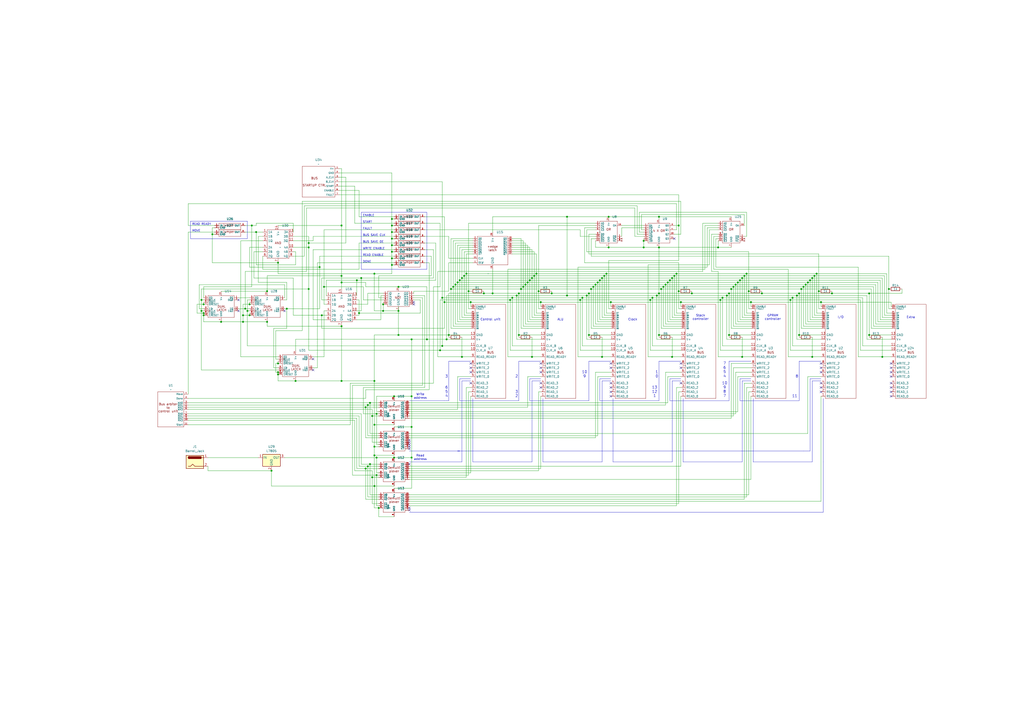
<source format=kicad_sch>
(kicad_sch (version 20231120) (generator "eeschema") (generator_version "8.0")
  (paper "A2")
  (junction (at 146.05 130.81))
  (junction (at 389.89 207.01))
  (junction (at 142.24 179.07))
  (junction (at 353.06 143.51))
  (junction (at 300.99 194.31))
  (junction (at 471.17 161.29))
  (junction (at 373.38 139.7))
  (junction (at 227.33 142.24))
  (junction (at 267.97 207.01))
  (junction (at 351.79 158.75))
  (junction (at 219.71 294.64))
  (junction (at 469.9 162.56))
  (junction (at 421.64 171.45))
  (junction (at 212.09 271.78))
  (junction (at 185.42 154.94))
  (junction (at 308.61 207.01))
  (junction (at 304.8 165.1))
  (junction (at 261.62 167.64))
  (junction (at 463.55 170.18))
  (junction (at 213.36 234.95))
  (junction (at 264.16 165.1))
  (junction (at 179.07 143.51))
  (junction (at 217.17 220.98))
  (junction (at 381 171.45))
  (junction (at 231.14 166.37))
  (junction (at 269.24 160.02))
  (junction (at 161.29 217.17))
  (junction (at 218.44 265.43))
  (junction (at 218.44 275.59))
  (junction (at 214.63 233.68))
  (junction (at 198.12 189.23))
  (junction (at 309.88 160.02))
  (junction (at 458.47 173.99))
  (junction (at 267.97 161.29))
  (junction (at 382.27 125.73))
  (junction (at 424.18 167.64))
  (junction (at 140.97 186.69))
  (junction (at 328.93 125.73))
  (junction (at 504.19 170.18))
  (junction (at 222.25 180.34))
  (junction (at 212.09 236.22))
  (junction (at 215.9 276.86))
  (junction (at 473.71 158.75))
  (junction (at 472.44 160.02))
  (junction (at 427.99 163.83))
  (junction (at 342.9 167.64))
  (junction (at 214.63 269.24))
  (junction (at 257.81 175.26))
  (junction (at 373.38 143.51))
  (junction (at 179.07 140.97))
  (junction (at 433.07 158.75))
  (junction (at 354.33 175.26))
  (junction (at 382.27 194.31))
  (junction (at 312.42 168.91))
  (junction (at 227.33 138.43))
  (junction (at 238.76 247.65))
  (junction (at 116.84 173.99))
  (junction (at 429.26 162.56))
  (junction (at 434.34 168.91))
  (junction (at 227.33 146.05))
  (junction (at 328.93 171.45))
  (junction (at 217.17 158.75))
  (junction (at 299.72 171.45))
  (junction (at 422.91 170.18))
  (junction (at 273.05 175.26))
  (junction (at 386.08 165.1))
  (junction (at 504.19 194.31))
  (junction (at 345.44 165.1))
  (junction (at 306.07 163.83))
  (junction (at 388.62 162.56))
  (junction (at 198.12 163.83))
  (junction (at 231.14 194.31))
  (junction (at 238.76 196.85))
  (junction (at 311.15 158.75))
  (junction (at 266.7 162.56))
  (junction (at 430.53 207.01))
  (junction (at 377.19 173.99))
  (junction (at 441.96 170.18))
  (junction (at 401.32 170.18))
  (junction (at 468.63 163.83))
  (junction (at 271.78 168.91))
  (junction (at 471.17 207.01))
  (junction (at 466.09 166.37))
  (junction (at 270.51 158.75))
  (junction (at 280.67 170.18))
  (junction (at 213.36 270.51))
  (junction (at 476.25 175.26))
  (junction (at 313.69 175.26))
  (junction (at 308.61 161.29))
  (junction (at 256.54 200.66))
  (junction (at 387.35 163.83))
  (junction (at 116.84 180.34))
  (junction (at 350.52 160.02))
  (junction (at 217.17 281.94))
  (junction (at 464.82 167.64))
  (junction (at 222.25 176.53))
  (junction (at 383.54 167.64))
  (junction (at 419.1 172.72))
  (junction (at 238.76 265.43))
  (junction (at 515.62 167.64))
  (junction (at 209.55 161.29))
  (junction (at 171.45 220.98))
  (junction (at 349.25 207.01))
  (junction (at 227.33 130.81))
  (junction (at 161.29 215.9))
  (junction (at 262.89 166.37))
  (junction (at 431.8 160.02))
  (junction (at 382.27 170.18))
  (junction (at 157.48 273.05))
  (junction (at 228.6 265.43))
  (junction (at 227.33 153.67))
  (junction (at 394.97 175.26))
  (junction (at 482.6 170.18))
  (junction (at 143.51 180.34))
  (junction (at 247.65 196.85))
  (junction (at 435.61 175.26))
  (junction (at 227.33 134.62))
  (junction (at 140.97 182.88))
  (junction (at 215.9 241.3))
  (junction (at 303.53 166.37))
  (junction (at 285.75 170.18))
  (junction (at 391.16 160.02))
  (junction (at 307.34 162.56))
  (junction (at 300.99 170.18))
  (junction (at 255.27 203.2))
  (junction (at 474.98 168.91))
  (junction (at 337.82 172.72))
  (junction (at 231.14 180.34))
  (junction (at 198.12 160.02))
  (junction (at 144.78 176.53))
  (junction (at 217.17 259.08))
  (junction (at 123.19 135.89))
  (junction (at 256.54 172.72))
  (junction (at 382.27 143.51))
  (junction (at 227.33 149.86))
  (junction (at 198.12 130.81))
  (junction (at 144.78 182.88))
  (junction (at 463.55 194.31))
  (junction (at 389.89 161.29))
  (junction (at 425.45 166.37))
  (junction (at 384.81 166.37))
  (junction (at 118.11 176.53))
  (junction (at 259.08 196.85))
  (junction (at 198.12 220.98))
  (junction (at 186.69 182.88))
  (junction (at 207.01 162.56))
  (junction (at 511.81 207.01))
  (junction (at 118.11 181.61))
  (junction (at 459.74 172.72))
  (junction (at 344.17 166.37))
  (junction (at 422.91 194.31))
  (junction (at 148.59 134.62))
  (junction (at 462.28 171.45))
  (junction (at 238.76 229.87))
  (junction (at 430.53 161.29))
  (junction (at 340.36 171.45))
  (junction (at 128.27 186.69))
  (junction (at 118.11 182.88))
  (junction (at 347.98 162.56))
  (junction (at 154.94 168.91))
  (junction (at 154.94 186.69))
  (junction (at 161.29 152.4))
  (junction (at 341.63 170.18))
  (junction (at 392.43 158.75))
  (junction (at 218.44 240.03))
  (junction (at 426.72 165.1))
  (junction (at 353.06 125.73))
  (junction (at 341.63 194.31))
  (junction (at 260.35 194.31))
  (junction (at 228.6 229.87))
  (junction (at 161.29 210.82))
  (junction (at 393.7 168.91))
  (junction (at 416.56 143.51))
  (junction (at 467.36 165.1))
  (junction (at 166.37 179.07))
  (junction (at 378.46 172.72))
  (junction (at 393.7 130.81))
  (junction (at 346.71 163.83))
  (junction (at 208.28 181.61))
  (junction (at 336.55 173.99))
  (junction (at 187.96 166.37))
  (junction (at 295.91 173.99))
  (junction (at 417.83 173.99))
  (junction (at 297.18 172.72))
  (junction (at 320.04 170.18))
  (junction (at 349.25 161.29))
  (junction (at 302.26 167.64))
  (junction (at 227.33 127))
  (junction (at 217.17 246.38))
  (junction (at 217.17 264.16))
  (junction (at 265.43 163.83))
  (junction (at 179.07 167.64))
  (no_connect (at 516.89 213.36))
  (no_connect (at 354.33 222.25))
  (no_connect (at 237.49 255.27))
  (no_connect (at 237.49 294.64))
  (no_connect (at 476.25 227.33))
  (no_connect (at 313.69 215.9))
  (no_connect (at 273.05 210.82))
  (no_connect (at 138.43 173.99))
  (no_connect (at 313.69 224.79))
  (no_connect (at 516.89 215.9))
  (no_connect (at 237.49 257.81))
  (no_connect (at 516.89 222.25))
  (no_connect (at 516.89 229.87))
  (no_connect (at 476.25 222.25))
  (no_connect (at 516.89 227.33))
  (no_connect (at 391.16 138.43))
  (no_connect (at 138.43 180.34))
  (no_connect (at 313.69 210.82))
  (no_connect (at 237.49 256.54))
  (no_connect (at 394.97 210.82))
  (no_connect (at 273.05 215.9))
  (no_connect (at 237.49 259.08))
  (no_connect (at 273.05 213.36))
  (no_connect (at 476.25 210.82))
  (no_connect (at 354.33 229.87))
  (no_connect (at 516.89 218.44))
  (no_connect (at 240.03 175.26))
  (no_connect (at 237.49 260.35))
  (no_connect (at 354.33 227.33))
  (no_connect (at 273.05 222.25))
  (no_connect (at 354.33 224.79))
  (no_connect (at 394.97 222.25))
  (no_connect (at 476.25 224.79))
  (no_connect (at 476.25 213.36))
  (no_connect (at 394.97 213.36))
  (no_connect (at 237.49 269.24))
  (no_connect (at 240.03 176.53))
  (no_connect (at 354.33 213.36))
  (no_connect (at 476.25 215.9))
  (no_connect (at 181.61 214.63))
  (no_connect (at 237.49 295.91))
  (no_connect (at 165.1 180.34))
  (no_connect (at 516.89 224.79))
  (no_connect (at 516.89 210.82))
  (no_connect (at 354.33 210.82))
  (no_connect (at 181.61 208.28))
  (no_connect (at 313.69 222.25))
  (no_connect (at 313.69 213.36))
  (wire (pts (xy 344.17 189.23) (xy 344.17 166.37)))
  (wire (pts (xy 394.97 196.85) (xy 381 196.85)))
  (wire (pts (xy 433.07 123.19) (xy 370.84 123.19)))
  (wire (pts (xy 393.7 179.07) (xy 394.97 179.07)))
  (wire (pts (xy 424.18 190.5) (xy 435.61 190.5)))
  (wire (pts (xy 227.33 142.24) (xy 228.6 142.24)))
  (wire (pts (xy 237.49 240.03) (xy 426.72 240.03)))
  (wire (pts (xy 265.43 163.83) (xy 265.43 186.69)))
  (polyline (pts (xy 429.26 232.41) (xy 429.26 219.71)))
  (wire (pts (xy 342.9 148.59) (xy 515.62 148.59)))
  (wire (pts (xy 170.18 143.51) (xy 179.07 143.51)))
  (wire (pts (xy 516.89 187.96) (xy 508 187.96)))
  (wire (pts (xy 430.53 184.15) (xy 435.61 184.15)))
  (wire (pts (xy 205.74 243.84) (xy 109.22 243.84)))
  (wire (pts (xy 299.72 171.45) (xy 328.93 171.45)))
  (wire (pts (xy 248.92 152.4) (xy 248.92 226.06)))
  (wire (pts (xy 430.53 161.29) (xy 389.89 161.29)))
  (wire (pts (xy 336.55 137.16) (xy 336.55 133.35)))
  (wire (pts (xy 345.44 187.96) (xy 354.33 187.96)))
  (wire (pts (xy 431.8 182.88) (xy 435.61 182.88)))
  (wire (pts (xy 476.25 175.26) (xy 476.25 177.8)))
  (wire (pts (xy 265.43 237.49) (xy 265.43 218.44)))
  (wire (pts (xy 463.55 194.31) (xy 463.55 170.18)))
  (wire (pts (xy 247.65 196.85) (xy 259.08 196.85)))
  (wire (pts (xy 120.65 265.43) (xy 149.86 265.43)))
  (wire (pts (xy 354.33 184.15) (xy 349.25 184.15)))
  (wire (pts (xy 295.91 203.2) (xy 313.69 203.2)))
  (wire (pts (xy 426.72 165.1) (xy 426.72 187.96)))
  (wire (pts (xy 391.16 130.81) (xy 393.7 130.81)))
  (wire (pts (xy 373.38 138.43) (xy 373.38 139.7)))
  (polyline (pts (xy 382.27 209.55) (xy 382.27 232.41)))
  (wire (pts (xy 257.81 175.26) (xy 257.81 190.5)))
  (wire (pts (xy 274.32 144.78) (xy 267.97 144.78)))
  (wire (pts (xy 261.62 138.43) (xy 274.32 138.43)))
  (wire (pts (xy 307.34 143.51) (xy 307.34 162.56)))
  (wire (pts (xy 417.83 173.99) (xy 458.47 173.99)))
  (wire (pts (xy 217.17 259.08) (xy 217.17 264.16)))
  (wire (pts (xy 208.28 110.49) (xy 208.28 125.73)))
  (wire (pts (xy 109.22 130.81) (xy 124.46 130.81)))
  (wire (pts (xy 476.25 186.69) (xy 468.63 186.69)))
  (wire (pts (xy 342.9 190.5) (xy 354.33 190.5)))
  (wire (pts (xy 431.8 124.46) (xy 372.11 124.46)))
  (wire (pts (xy 354.33 175.26) (xy 354.33 177.8)))
  (wire (pts (xy 274.32 139.7) (xy 262.89 139.7)))
  (wire (pts (xy 311.15 158.75) (xy 270.51 158.75)))
  (wire (pts (xy 472.44 182.88) (xy 472.44 160.02)))
  (wire (pts (xy 269.24 146.05) (xy 274.32 146.05)))
  (wire (pts (xy 393.7 227.33) (xy 394.97 227.33)))
  (wire (pts (xy 388.62 162.56) (xy 429.26 162.56)))
  (wire (pts (xy 337.82 172.72) (xy 378.46 172.72)))
  (wire (pts (xy 342.9 167.64) (xy 342.9 190.5)))
  (wire (pts (xy 313.69 175.26) (xy 313.69 177.8)))
  (wire (pts (xy 285.75 170.18) (xy 300.99 170.18)))
  (wire (pts (xy 227.33 127) (xy 228.6 127)))
  (wire (pts (xy 260.35 137.16) (xy 246.38 137.16)))
  (wire (pts (xy 386.08 215.9) (xy 394.97 215.9)))
  (wire (pts (xy 160.02 210.82) (xy 161.29 210.82)))
  (wire (pts (xy 306.07 218.44) (xy 313.69 218.44)))
  (wire (pts (xy 220.98 171.45) (xy 222.25 171.45)))
  (wire (pts (xy 213.36 170.18) (xy 213.36 176.53)))
  (wire (pts (xy 300.99 170.18) (xy 320.04 170.18)))
  (wire (pts (xy 392.43 118.11) (xy 109.22 118.11)))
  (wire (pts (xy 426.72 240.03) (xy 426.72 215.9)))
  (wire (pts (xy 116.84 180.34) (xy 118.11 180.34)))
  (wire (pts (xy 474.98 147.32) (xy 341.63 147.32)))
  (polyline (pts (xy 274.32 267.97) (xy 308.61 267.97)))
  (wire (pts (xy 227.33 149.86) (xy 227.33 153.67)))
  (wire (pts (xy 273.05 187.96) (xy 264.16 187.96)))
  (wire (pts (xy 392.43 293.37) (xy 392.43 224.79)))
  (wire (pts (xy 187.96 166.37) (xy 187.96 133.35)))
  (wire (pts (xy 218.44 293.37) (xy 219.71 293.37)))
  (wire (pts (xy 118.11 166.37) (xy 118.11 172.72)))
  (wire (pts (xy 246.38 140.97) (xy 252.73 140.97)))
  (wire (pts (xy 200.66 102.87) (xy 196.85 102.87)))
  (wire (pts (xy 350.52 160.02) (xy 391.16 160.02)))
  (wire (pts (xy 185.42 148.59) (xy 228.6 148.59)))
  (wire (pts (xy 259.08 171.45) (xy 259.08 196.85)))
  (wire (pts (xy 340.36 146.05) (xy 434.34 146.05)))
  (wire (pts (xy 295.91 173.99) (xy 295.91 203.2)))
  (wire (pts (xy 393.7 168.91) (xy 393.7 179.07)))
  (wire (pts (xy 340.36 196.85) (xy 354.33 196.85)))
  (wire (pts (xy 384.81 166.37) (xy 344.17 166.37)))
  (wire (pts (xy 198.12 163.83) (xy 198.12 160.02)))
  (wire (pts (xy 255.27 203.2) (xy 255.27 173.99)))
  (wire (pts (xy 208.28 173.99) (xy 208.28 181.61)))
  (wire (pts (xy 181.61 144.78) (xy 181.61 185.42)))
  (wire (pts (xy 213.36 176.53) (xy 207.01 176.53)))
  (wire (pts (xy 340.36 171.45) (xy 340.36 196.85)))
  (wire (pts (xy 246.38 129.54) (xy 255.27 129.54)))
  (wire (pts (xy 430.53 207.01) (xy 416.56 207.01)))
  (polyline (pts (xy 237.49 261.62) (xy 266.7 261.62)))
  (polyline (pts (xy 349.25 220.98) (xy 349.25 267.97)))
  (wire (pts (xy 509.27 163.83) (xy 509.27 186.69)))
  (wire (pts (xy 370.84 134.62) (xy 373.38 134.62)))
  (wire (pts (xy 198.12 130.81) (xy 161.29 130.81)))
  (wire (pts (xy 424.18 242.57) (xy 424.18 210.82)))
  (wire (pts (xy 425.45 241.3) (xy 425.45 213.36)))
  (wire (pts (xy 179.07 137.16) (xy 170.18 137.16)))
  (wire (pts (xy 143.51 180.34) (xy 144.78 180.34)))
  (wire (pts (xy 312.42 179.07) (xy 313.69 179.07)))
  (wire (pts (xy 231.14 194.31) (xy 260.35 194.31)))
  (wire (pts (xy 344.17 166.37) (xy 303.53 166.37)))
  (wire (pts (xy 299.72 196.85) (xy 313.69 196.85)))
  (wire (pts (xy 185.42 154.94) (xy 185.42 148.59)))
  (wire (pts (xy 421.64 171.45) (xy 462.28 171.45)))
  (wire (pts (xy 394.97 200.66) (xy 378.46 200.66)))
  (wire (pts (xy 408.94 130.81) (xy 416.56 130.81)))
  (wire (pts (xy 255.27 129.54) (xy 255.27 166.37)))
  (wire (pts (xy 508 165.1) (xy 467.36 165.1)))
  (polyline (pts (xy 307.34 232.41) (xy 307.34 219.71)))
  (wire (pts (xy 513.08 182.88) (xy 513.08 160.02)))
  (polyline (pts (xy 355.6 231.14) (xy 355.6 267.97)))
  (wire (pts (xy 260.35 152.4) (xy 274.32 152.4)))
  (wire (pts (xy 388.62 162.56) (xy 388.62 185.42)))
  (wire (pts (xy 381 196.85) (xy 381 171.45)))
  (wire (pts (xy 243.84 181.61) (xy 208.28 181.61)))
  (wire (pts (xy 504.19 194.31) (xy 504.19 195.58)))
  (wire (pts (xy 382.27 194.31) (xy 382.27 195.58)))
  (wire (pts (xy 346.71 218.44) (xy 354.33 218.44)))
  (wire (pts (xy 120.65 273.05) (xy 157.48 273.05)))
  (wire (pts (xy 345.44 138.43) (xy 342.9 138.43)))
  (wire (pts (xy 175.26 116.84) (xy 394.97 116.84)))
  (wire (pts (xy 267.97 195.58) (xy 267.97 207.01)))
  (polyline (pts (xy 422.91 209.55) (xy 422.91 232.41)))
  (wire (pts (xy 273.05 274.32) (xy 273.05 229.87)))
  (wire (pts (xy 431.8 160.02) (xy 431.8 182.88)))
  (wire (pts (xy 179.07 167.64) (xy 179.07 143.51)))
  (wire (pts (xy 149.86 137.16) (xy 152.4 137.16)))
  (wire (pts (xy 128.27 186.69) (xy 140.97 186.69)))
  (wire (pts (xy 157.48 273.05) (xy 157.48 281.94)))
  (wire (pts (xy 360.68 130.81) (xy 373.38 130.81)))
  (wire (pts (xy 237.49 273.05) (xy 312.42 273.05)))
  (wire (pts (xy 427.99 163.83) (xy 387.35 163.83)))
  (wire (pts (xy 313.69 189.23) (xy 303.53 189.23)))
  (wire (pts (xy 176.53 148.59) (xy 176.53 119.38)))
  (wire (pts (xy 143.51 180.34) (xy 143.51 173.99)))
  (wire (pts (xy 237.49 276.86) (xy 270.51 276.86)))
  (wire (pts (xy 261.62 190.5) (xy 261.62 167.64)))
  (wire (pts (xy 187.96 176.53) (xy 189.23 176.53)))
  (wire (pts (xy 435.61 278.13) (xy 435.61 229.87)))
  (wire (pts (xy 143.51 200.66) (xy 143.51 180.34)))
  (wire (pts (xy 215.9 241.3) (xy 215.9 256.54)))
  (wire (pts (xy 142.24 179.07) (xy 144.78 179.07)))
  (wire (pts (xy 260.35 194.31) (xy 260.35 195.58)))
  (wire (pts (xy 471.17 184.15) (xy 471.17 161.29)))
  (polyline (pts (xy 314.96 231.14) (xy 314.96 267.97)))
  (wire (pts (xy 219.71 294.64) (xy 219.71 299.72)))
  (wire (pts (xy 237.49 287.02) (xy 434.34 287.02)))
  (wire (pts (xy 208.28 140.97) (xy 228.6 140.97)))
  (wire (pts (xy 160.02 191.77) (xy 175.26 191.77)))
  (wire (pts (xy 394.97 186.69) (xy 387.35 186.69)))
  (polyline (pts (xy 477.52 231.14) (xy 477.52 267.97)))
  (wire (pts (xy 212.09 226.06) (xy 212.09 231.14)))
  (wire (pts (xy 341.63 170.18) (xy 341.63 194.31)))
  (wire (pts (xy 516.89 185.42) (xy 510.54 185.42)))
  (wire (pts (xy 340.36 146.05) (xy 340.36 133.35)))
  (wire (pts (xy 271.78 179.07) (xy 273.05 179.07)))
  (wire (pts (xy 257.81 175.26) (xy 273.05 175.26)))
  (wire (pts (xy 427.99 163.83) (xy 427.99 186.69)))
  (wire (pts (xy 391.16 160.02) (xy 431.8 160.02)))
  (wire (pts (xy 219.71 172.72) (xy 219.71 160.02)))
  (wire (pts (xy 264.16 140.97) (xy 274.32 140.97)))
  (wire (pts (xy 416.56 143.51) (xy 424.18 143.51)))
  (polyline (pts (xy 394.97 209.55) (xy 382.27 209.55)))
  (wire (pts (xy 271.78 168.91) (xy 273.05 168.91)))
  (wire (pts (xy 139.7 207.01) (xy 161.29 207.01)))
  (wire (pts (xy 386.08 165.1) (xy 386.08 187.96)))
  (wire (pts (xy 198.12 220.98) (xy 217.17 220.98)))
  (wire (pts (xy 186.69 161.29) (xy 186.69 173.99)))
  (wire (pts (xy 208.28 125.73) (xy 228.6 125.73)))
  (wire (pts (xy 386.08 187.96) (xy 394.97 187.96)))
  (wire (pts (xy 353.06 125.73) (xy 382.27 125.73)))
  (wire (pts (xy 309.88 146.05) (xy 309.88 160.02)))
  (wire (pts (xy 209.55 240.03) (xy 109.22 240.03)))
  (wire (pts (xy 142.24 179.07) (xy 142.24 157.48)))
  (wire (pts (xy 217.17 158.75) (xy 217.17 180.34)))
  (wire (pts (xy 146.05 130.81) (xy 146.05 166.37)))
  (wire (pts (xy 499.11 203.2) (xy 516.89 203.2)))
  (wire (pts (xy 313.69 186.69) (xy 306.07 186.69)))
  (polyline (pts (xy 300.99 209.55) (xy 300.99 232.41)))
  (wire (pts (xy 375.92 207.01) (xy 375.92 153.67)))
  (wire (pts (xy 354.33 207.01) (xy 349.25 207.01)))
  (wire (pts (xy 368.3 120.65) (xy 368.3 137.16)))
  (wire (pts (xy 370.84 123.19) (xy 370.84 134.62)))
  (wire (pts (xy 148.59 134.62) (xy 148.59 153.67)))
  (wire (pts (xy 255.27 166.37) (xy 251.46 166.37)))
  (wire (pts (xy 238.76 283.21) (xy 228.6 283.21)))
  (wire (pts (xy 271.78 168.91) (xy 271.78 179.07)))
  (wire (pts (xy 144.78 176.53) (xy 140.97 176.53)))
  (wire (pts (xy 207.01 162.56) (xy 189.23 162.56)))
  (wire (pts (xy 237.49 271.78) (xy 313.69 271.78)))
  (wire (pts (xy 267.97 144.78) (xy 267.97 161.29)))
  (wire (pts (xy 471.17 207.01) (xy 476.25 207.01)))
  (wire (pts (xy 476.25 194.31) (xy 463.55 194.31)))
  (wire (pts (xy 227.33 142.24) (xy 227.33 146.05)))
  (wire (pts (xy 217.17 246.38) (xy 217.17 259.08)))
  (wire (pts (xy 237.49 236.22) (xy 306.07 236.22)))
  (wire (pts (xy 482.6 170.18) (xy 463.55 170.18)))
  (wire (pts (xy 468.63 251.46) (xy 468.63 218.44)))
  (wire (pts (xy 152.4 148.59) (xy 152.4 156.21)))
  (wire (pts (xy 116.84 173.99) (xy 118.11 173.99)))
  (polyline (pts (xy 270.51 220.98) (xy 273.05 220.98)))
  (wire (pts (xy 215.9 276.86) (xy 215.9 292.1)))
  (wire (pts (xy 109.22 118.11) (xy 109.22 130.81)))
  (wire (pts (xy 118.11 175.26) (xy 118.11 176.53)))
  (wire (pts (xy 474.98 168.91) (xy 474.98 179.07)))
  (wire (pts (xy 383.54 190.5) (xy 394.97 190.5)))
  (wire (pts (xy 260.35 170.18) (xy 260.35 194.31)))
  (wire (pts (xy 473.71 158.75) (xy 433.07 158.75)))
  (wire (pts (xy 109.22 134.62) (xy 124.46 134.62)))
  (wire (pts (xy 473.71 158.75) (xy 514.35 158.75)))
  (wire (pts (xy 187.96 207.01) (xy 187.96 180.34)))
  (wire (pts (xy 308.61 161.29) (xy 267.97 161.29)))
  (wire (pts (xy 257.81 125.73) (xy 257.81 175.26)))
  (wire (pts (xy 309.88 160.02) (xy 350.52 160.02)))
  (wire (pts (xy 476.25 181.61) (xy 473.71 181.61)))
  (wire (pts (xy 217.17 294.64) (xy 217.17 281.94)))
  (wire (pts (xy 237.49 251.46) (xy 468.63 251.46)))
  (wire (pts (xy 270.51 158.75) (xy 270.51 181.61)))
  (wire (pts (xy 109.22 237.49) (xy 215.9 237.49)))
  (wire (pts (xy 311.15 158.75) (xy 311.15 147.32)))
  (wire (pts (xy 308.61 195.58) (xy 308.61 207.01)))
  (wire (pts (xy 516.89 182.88) (xy 513.08 182.88)))
  (wire (pts (xy 354.33 200.66) (xy 337.82 200.66)))
  (wire (pts (xy 243.84 173.99) (xy 243.84 181.61)))
  (wire (pts (xy 434.34 146.05) (xy 434.34 168.91)))
  (wire (pts (xy 260.35 168.91) (xy 240.03 168.91)))
  (wire (pts (xy 354.33 181.61) (xy 351.79 181.61)))
  (wire (pts (xy 212.09 166.37) (xy 212.09 163.83)))
  (wire (pts (xy 219.71 238.76) (xy 218.44 238.76)))
  (wire (pts (xy 382.27 125.73) (xy 382.27 127)))
  (wire (pts (xy 219.71 233.68) (xy 214.63 233.68)))
  (wire (pts (xy 394.97 181.61) (xy 392.43 181.61)))
  (wire (pts (xy 179.07 203.2) (xy 179.07 167.64)))
  (polyline (pts (xy 266.7 232.41) (xy 266.7 219.71)))
  (polyline (pts (xy 237.49 297.18) (xy 477.52 297.18)))
  (wire (pts (xy 212.09 231.14) (xy 109.22 231.14)))
  (wire (pts (xy 425.45 213.36) (xy 435.61 213.36)))
  (wire (pts (xy 154.94 160.02) (xy 154.94 168.91)))
  (polyline (pts (xy 471.17 220.98) (xy 471.17 267.97)))
  (wire (pts (xy 312.42 130.81) (xy 312.42 168.91)))
  (wire (pts (xy 213.36 270.51) (xy 208.28 270.51)))
  (wire (pts (xy 307.34 185.42) (xy 313.69 185.42)))
  (wire (pts (xy 142.24 130.81) (xy 146.05 130.81)))
  (wire (pts (xy 308.61 207.01) (xy 313.69 207.01)))
  (wire (pts (xy 306.07 163.83) (xy 306.07 142.24)))
  (wire (pts (xy 476.25 200.66) (xy 459.74 200.66)))
  (wire (pts (xy 237.49 270.51) (xy 394.97 270.51)))
  (wire (pts (xy 393.7 151.13) (xy 353.06 151.13)))
  (wire (pts (xy 392.43 133.35) (xy 392.43 118.11)))
  (wire (pts (xy 109.22 246.38) (xy 203.2 246.38)))
  (wire (pts (xy 114.3 181.61) (xy 118.11 181.61)))
  (wire (pts (xy 273.05 203.2) (xy 255.27 203.2)))
  (wire (pts (xy 502.92 171.45) (xy 502.92 196.85)))
  (wire (pts (xy 261.62 167.64) (xy 261.62 138.43)))
  (wire (pts (xy 308.61 184.15) (xy 308.61 161.29)))
  (wire (pts (xy 161.29 158.75) (xy 161.29 152.4)))
  (wire (pts (xy 171.45 146.05) (xy 170.18 146.05)))
  (wire (pts (xy 360.68 132.08) (xy 373.38 132.08)))
  (wire (pts (xy 219.71 274.32) (xy 218.44 274.32)))
  (wire (pts (xy 313.69 271.78) (xy 313.69 229.87)))
  (wire (pts (xy 467.36 187.96) (xy 467.36 165.1)))
  (wire (pts (xy 260.35 152.4) (xy 260.35 168.91)))
  (wire (pts (xy 207.01 271.78) (xy 212.09 271.78)))
  (wire (pts (xy 186.69 173.99) (xy 189.23 173.99)))
  (wire (pts (xy 353.06 179.07) (xy 354.33 179.07)))
  (wire (pts (xy 308.61 161.29) (xy 308.61 144.78)))
  (wire (pts (xy 179.07 140.97) (xy 179.07 137.16)))
  (wire (pts (xy 114.3 176.53) (xy 114.3 181.61)))
  (wire (pts (xy 245.11 172.72) (xy 245.11 223.52)))
  (polyline (pts (xy 308.61 220.98) (xy 308.61 267.97)))
  (wire (pts (xy 345.44 165.1) (xy 345.44 187.96)))
  (wire (pts (xy 391.16 182.88) (xy 394.97 182.88)))
  (wire (pts (xy 313.69 175.26) (xy 273.05 175.26)))
  (wire (pts (xy 401.32 170.18) (xy 422.91 170.18)))
  (wire (pts (xy 259.08 196.85) (xy 273.05 196.85)))
  (wire (pts (xy 266.7 162.56) (xy 307.34 162.56)))
  (wire (pts (xy 416.56 207.01) (xy 416.56 157.48)))
  (wire (pts (xy 212.09 271.78) (xy 212.09 289.56)))
  (wire (pts (xy 227.33 146.05) (xy 227.33 149.86)))
  (wire (pts (xy 354.33 194.31) (xy 341.63 194.31)))
  (wire (pts (xy 313.69 194.31) (xy 300.99 194.31)))
  (wire (pts (xy 408.94 156.21) (xy 408.94 130.81)))
  (wire (pts (xy 369.57 135.89) (xy 373.38 135.89)))
  (wire (pts (xy 373.38 139.7) (xy 373.38 143.51)))
  (wire (pts (xy 260.35 149.86) (xy 260.35 137.16)))
  (wire (pts (xy 219.71 269.24) (xy 214.63 269.24)))
  (wire (pts (xy 165.1 165.1) (xy 115.57 165.1)))
  (wire (pts (xy 184.15 213.36) (xy 184.15 152.4)))
  (wire (pts (xy 350.52 182.88) (xy 354.33 182.88)))
  (wire (pts (xy 382.27 170.18) (xy 382.27 194.31)))
  (wire (pts (xy 219.71 288.29) (xy 213.36 288.29)))
  (polyline (pts (xy 389.89 220.98) (xy 389.89 267.97)))
  (wire (pts (xy 198.12 160.02) (xy 154.94 160.02)))
  (wire (pts (xy 499.11 173.99) (xy 499.11 203.2)))
  (polyline (pts (xy 430.53 220.98) (xy 430.53 267.97)))
  (wire (pts (xy 434.34 287.02) (xy 434.34 227.33)))
  (polyline (pts (xy 396.24 267.97) (xy 430.53 267.97)))
  (wire (pts (xy 382.27 194.31) (xy 394.97 194.31)))
  (wire (pts (xy 165.1 173.99) (xy 166.37 173.99)))
  (wire (pts (xy 209.55 161.29) (xy 186.69 161.29)))
  (wire (pts (xy 320.04 168.91) (xy 320.04 170.18)))
  (wire (pts (xy 306.07 163.83) (xy 265.43 163.83)))
  (wire (pts (xy 222.25 176.53) (xy 222.25 180.34)))
  (wire (pts (xy 394.97 189.23) (xy 384.81 189.23)))
  (wire (pts (xy 353.06 143.51) (xy 373.38 143.51)))
  (wire (pts (xy 154.94 189.23) (xy 154.94 186.69)))
  (wire (pts (xy 394.97 135.89) (xy 391.16 135.89)))
  (wire (pts (xy 320.04 170.18) (xy 341.63 170.18)))
  (wire (pts (xy 377.19 173.99) (xy 377.19 203.2)))
  (wire (pts (xy 109.22 236.22) (xy 212.09 236.22)))
  (wire (pts (xy 416.56 157.48) (xy 412.75 157.48)))
  (wire (pts (xy 207.01 162.56) (xy 252.73 162.56)))
  (wire (pts (xy 303.53 166.37) (xy 303.53 139.7)))
  (wire (pts (xy 389.89 184.15) (xy 389.89 161.29)))
  (wire (pts (xy 506.73 189.23) (xy 516.89 189.23)))
  (wire (pts (xy 510.54 185.42) (xy 510.54 162.56)))
  (wire (pts (xy 425.45 166.37) (xy 384.81 166.37)))
  (wire (pts (xy 214.63 233.68) (xy 214.63 251.46)))
  (wire (pts (xy 149.86 163.83) (xy 149.86 137.16)))
  (wire (pts (xy 313.69 200.66) (xy 297.18 200.66)))
  (wire (pts (xy 297.18 172.72) (xy 256.54 172.72)))
  (wire (pts (xy 266.7 162.56) (xy 266.7 143.51)))
  (wire (pts (xy 218.44 240.03) (xy 210.82 240.03)))
  (wire (pts (xy 262.89 189.23) (xy 273.05 189.23)))
  (wire (pts (xy 393.7 113.03) (xy 196.85 113.03)))
  (wire (pts (xy 120.65 270.51) (xy 120.65 273.05)))
  (wire (pts (xy 392.43 158.75) (xy 351.79 158.75)))
  (wire (pts (xy 345.44 254) (xy 345.44 215.9)))
  (polyline (pts (xy 314.96 267.97) (xy 349.25 267.97)))
  (wire (pts (xy 523.24 167.64) (xy 523.24 170.18)))
  (wire (pts (xy 369.57 119.38) (xy 369.57 135.89)))
  (wire (pts (xy 516.89 194.31) (xy 504.19 194.31)))
  (wire (pts (xy 435.61 175.26) (xy 435.61 177.8)))
  (wire (pts (xy 204.47 275.59) (xy 218.44 275.59)))
  (wire (pts (xy 280.67 170.18) (xy 285.75 170.18)))
  (wire (pts (xy 375.92 207.01) (xy 389.89 207.01)))
  (wire (pts (xy 214.63 287.02) (xy 219.71 287.02)))
  (wire (pts (xy 350.52 160.02) (xy 350.52 182.88)))
  (wire (pts (xy 378.46 172.72) (xy 419.1 172.72)))
  (wire (pts (xy 267.97 161.29) (xy 267.97 184.15)))
  (wire (pts (xy 312.42 168.91) (xy 312.42 179.07)))
  (wire (pts (xy 246.38 224.79) (xy 246.38 171.45)))
  (wire (pts (xy 516.89 177.8) (xy 516.89 175.26)))
  (wire (pts (xy 297.18 143.51) (xy 307.34 143.51)))
  (wire (pts (xy 207.01 162.56) (xy 207.01 171.45)))
  (polyline (pts (xy 463.55 209.55) (xy 463.55 232.41)))
  (wire (pts (xy 285.75 156.21) (xy 285.75 170.18)))
  (wire (pts (xy 312.42 227.33) (xy 313.69 227.33)))
  (wire (pts (xy 433.07 137.16) (xy 433.07 123.19)))
  (wire (pts (xy 238.76 247.65) (xy 238.76 265.43)))
  (wire (pts (xy 377.19 173.99) (xy 417.83 173.99)))
  (wire (pts (xy 415.29 154.94) (xy 415.29 138.43)))
  (wire (pts (xy 198.12 97.79) (xy 196.85 97.79)))
  (wire (pts (xy 377.19 203.2) (xy 394.97 203.2)))
  (wire (pts (xy 217.17 264.16) (xy 228.6 264.16)))
  (wire (pts (xy 407.67 129.54) (xy 416.56 129.54)))
  (wire (pts (xy 303.53 189.23) (xy 303.53 166.37)))
  (wire (pts (xy 143.51 173.99) (xy 144.78 173.99)))
  (wire (pts (xy 340.36 133.35) (xy 345.44 133.35)))
  (wire (pts (xy 514.35 158.75) (xy 514.35 181.61)))
  (wire (pts (xy 237.49 290.83) (xy 476.25 290.83)))
  (wire (pts (xy 187.96 180.34) (xy 189.23 180.34)))
  (wire (pts (xy 237.49 289.56) (xy 431.8 289.56)))
  (wire (pts (xy 427.99 238.76) (xy 427.99 218.44)))
  (wire (pts (xy 307.34 162.56) (xy 307.34 185.42)))
  (wire (pts (xy 161.29 220.98) (xy 171.45 220.98)))
  (wire (pts (xy 328.93 125.73) (xy 328.93 171.45)))
  (wire (pts (xy 154.94 189.23) (xy 198.12 189.23)))
  (wire (pts (xy 340.36 171.45) (xy 381 171.45)))
  (wire (pts (xy 431.8 137.16) (xy 433.07 137.16)))
  (wire (pts (xy 215.9 276.86) (xy 219.71 276.86)))
  (polyline (pts (xy 347.98 219.71) (xy 354.33 219.71)))
  (wire (pts (xy 312.42 273.05) (xy 312.42 227.33)))
  (wire (pts (xy 515.62 167.64) (xy 515.62 179.07)))
  (wire (pts (xy 123.19 152.4) (xy 123.19 135.89)))
  (wire (pts (xy 426.72 187.96) (xy 435.61 187.96)))
  (wire (pts (xy 213.36 234.95) (xy 219.71 234.95)))
  (wire (pts (xy 160.02 208.28) (xy 160.02 191.77)))
  (wire (pts (xy 354.33 186.69) (xy 346.71 186.69)))
  (wire (pts (xy 215.9 241.3) (xy 219.71 241.3)))
  (wire (pts (xy 300.99 170.18) (xy 300.99 194.31)))
  (wire (pts (xy 424.18 210.82) (xy 435.61 210.82)))
  (wire (pts (xy 189.23 162.56) (xy 189.23 171.45)))
  (wire (pts (xy 270.51 181.61) (xy 273.05 181.61)))
  (wire (pts (xy 166.37 179.07) (xy 185.42 179.07)))
  (wire (pts (xy 222.25 175.26) (xy 222.25 176.53)))
  (wire (pts (xy 166.37 190.5) (xy 158.75 190.5)))
  (wire (pts (xy 252.73 140.97) (xy 252.73 162.56)))
  (polyline (pts (xy 267.97 220.98) (xy 267.97 267.97)))
  (wire (pts (xy 237.49 278.13) (xy 435.61 278.13)))
  (wire (pts (xy 238.76 229.87) (xy 238.76 196.85)))
  (wire (pts (xy 391.16 160.02) (xy 391.16 182.88)))
  (wire (pts (xy 227.33 153.67) (xy 228.6 153.67)))
  (wire (pts (xy 227.33 146.05) (xy 228.6 146.05)))
  (polyline (pts (xy 469.9 261.62) (xy 466.09 261.62)))
  (wire (pts (xy 304.8 140.97) (xy 304.8 165.1)))
  (wire (pts (xy 393.7 152.4) (xy 393.7 168.91)))
  (wire (pts (xy 142.24 134.62) (xy 148.59 134.62)))
  (wire (pts (xy 109.22 134.62) (xy 109.22 228.6)))
  (wire (pts (xy 354.33 175.26) (xy 313.69 175.26)))
  (wire (pts (xy 429.26 185.42) (xy 435.61 185.42)))
  (wire (pts (xy 245.11 223.52) (xy 204.47 223.52)))
  (wire (pts (xy 227.33 130.81) (xy 227.33 127)))
  (wire (pts (xy 393.7 292.1) (xy 393.7 227.33)))
  (wire (pts (xy 394.97 116.84) (xy 394.97 135.89)))
  (wire (pts (xy 360.68 137.16) (xy 360.68 132.08)))
  (wire (pts (xy 313.69 184.15) (xy 308.61 184.15)))
  (wire (pts (xy 237.49 237.49) (xy 265.43 237.49)))
  (wire (pts (xy 381 171.45) (xy 421.64 171.45)))
  (wire (pts (xy 181.61 137.16) (xy 228.6 137.16)))
  (wire (pts (xy 368.3 137.16) (xy 373.38 137.16)))
  (wire (pts (xy 306.07 236.22) (xy 306.07 218.44)))
  (wire (pts (xy 425.45 166.37) (xy 425.45 189.23)))
  (wire (pts (xy 415.29 154.94) (xy 497.84 154.94)))
  (wire (pts (xy 471.17 207.01) (xy 457.2 207.01)))
  (wire (pts (xy 523.24 170.18) (xy 504.19 170.18)))
  (wire (pts (xy 419.1 172.72) (xy 459.74 172.72)))
  (wire (pts (xy 468.63 163.83) (xy 509.27 163.83)))
  (wire (pts (xy 266.7 185.42) (xy 266.7 162.56)))
  (wire (pts (xy 297.18 146.05) (xy 309.88 146.05)))
  (wire (pts (xy 264.16 165.1) (xy 264.16 140.97)))
  (wire (pts (xy 187.96 166.37) (xy 210.82 166.37)))
  (wire (pts (xy 516.89 190.5) (xy 505.46 190.5)))
  (wire (pts (xy 214.63 269.24) (xy 209.55 269.24)))
  (wire (pts (xy 213.36 288.29) (xy 213.36 270.51)))
  (wire (pts (xy 158.75 190.5) (xy 158.75 213.36)))
  (wire (pts (xy 294.64 156.21) (xy 294.64 207.01)))
  (wire (pts (xy 349.25 207.01) (xy 349.25 195.58)))
  (wire (pts (xy 254 157.48) (xy 254 207.01)))
  (wire (pts (xy 476.25 185.42) (xy 469.9 185.42)))
  (wire (pts (xy 312.42 130.81) (xy 345.44 130.81)))
  (wire (pts (xy 205.74 129.54) (xy 228.6 129.54)))
  (wire (pts (xy 219.71 292.1) (xy 215.9 292.1)))
  (polyline (pts (xy 237.49 232.41) (xy 257.81 232.41)))
  (polyline (pts (xy 313.69 220.98) (xy 308.61 220.98)))
  (wire (pts (xy 339.09 132.08) (xy 339.09 152.4)))
  (polyline (pts (xy 422.91 232.41) (xy 388.62 232.41)))
  (wire (pts (xy 345.44 215.9) (xy 354.33 215.9)))
  (wire (pts (xy 458.47 173.99) (xy 499.11 173.99)))
  (wire (pts (xy 462.28 171.45) (xy 502.92 171.45)))
  (wire (pts (xy 256.54 172.72) (xy 256.54 105.41)))
  (wire (pts (xy 271.78 227.33) (xy 273.05 227.33)))
  (polyline (pts (xy 307.34 219.71) (xy 313.69 219.71)))
  (wire (pts (xy 458.47 173.99) (xy 458.47 203.2)))
  (wire (pts (xy 246.38 133.35) (xy 336.55 133.35)))
  (wire (pts (xy 250.19 148.59) (xy 246.38 148.59)))
  (wire (pts (xy 511.81 161.29) (xy 511.81 184.15)))
  (wire (pts (xy 502.92 196.85) (xy 516.89 196.85)))
  (wire (pts (xy 425.45 189.23) (xy 435.61 189.23)))
  (wire (pts (xy 115.57 179.07) (xy 118.11 179.07)))
  (wire (pts (xy 219.71 160.02) (xy 250.19 160.02)))
  (wire (pts (xy 412.75 135.89) (xy 416.56 135.89)))
  (wire (pts (xy 171.45 153.67) (xy 171.45 146.05)))
  (wire (pts (xy 267.97 184.15) (xy 273.05 184.15)))
  (wire (pts (xy 171.45 196.85) (xy 238.76 196.85)))
  (polyline (pts (xy 237.49 267.97) (xy 267.97 267.97)))
  (wire (pts (xy 382.27 170.18) (xy 382.27 143.51)))
  (wire (pts (xy 382.27 170.18) (xy 401.32 170.18)))
  (wire (pts (xy 237.49 233.68) (xy 387.35 233.68)))
  (wire (pts (xy 109.22 234.95) (xy 213.36 234.95)))
  (wire (pts (xy 457.2 156.21) (xy 414.02 156.21)))
  (wire (pts (xy 414.02 137.16) (xy 416.56 137.16)))
  (wire (pts (xy 434.34 179.07) (xy 435.61 179.07)))
  (wire (pts (xy 308.61 207.01) (xy 294.64 207.01)))
  (wire (pts (xy 416.56 132.08) (xy 410.21 132.08)))
  (wire (pts (xy 469.9 185.42) (xy 469.9 162.56)))
  (wire (pts (xy 222.25 170.18) (xy 213.36 170.18)))
  (wire (pts (xy 306.07 186.69) (xy 306.07 163.83)))
  (wire (pts (xy 123.19 152.4) (xy 161.29 152.4)))
  (wire (pts (xy 200.66 140.97) (xy 200.66 102.87)))
  (wire (pts (xy 458.47 203.2) (xy 476.25 203.2)))
  (polyline (pts (xy 382.27 232.41) (xy 347.98 232.41)))
  (wire (pts (xy 218.44 238.76) (xy 218.44 229.87)))
  (wire (pts (xy 161.29 158.75) (xy 217.17 158.75)))
  (wire (pts (xy 297.18 140.97) (xy 304.8 140.97)))
  (wire (pts (xy 231.14 180.34) (xy 222.25 180.34)))
  (wire (pts (xy 313.69 181.61) (xy 311.15 181.61)))
  (wire (pts (xy 294.64 156.21) (xy 408.94 156.21)))
  (wire (pts (xy 274.32 147.32) (xy 270.51 147.32)))
  (wire (pts (xy 231.14 180.34) (xy 231.14 194.31)))
  (wire (pts (xy 228.6 229.87) (xy 238.76 229.87)))
  (wire (pts (xy 219.71 256.54) (xy 215.9 256.54)))
  (wire (pts (xy 138.43 172.72) (xy 144.78 172.72)))
  (wire (pts (xy 160.02 215.9) (xy 160.02 210.82)))
  (wire (pts (xy 441.96 168.91) (xy 441.96 170.18)))
  (wire (pts (xy 389.89 195.58) (xy 389.89 207.01)))
  (wire (pts (xy 411.48 153.67) (xy 411.48 133.35)))
  (wire (pts (xy 152.4 139.7) (xy 139.7 139.7)))
  (wire (pts (xy 273.05 185.42) (xy 266.7 185.42)))
  (wire (pts (xy 116.84 167.64) (xy 116.84 173.99)))
  (wire (pts (xy 166.37 173.99) (xy 166.37 163.83)))
  (wire (pts (xy 421.64 196.85) (xy 435.61 196.85)))
  (polyline (pts (xy 354.33 209.55) (xy 341.63 209.55)))
  (wire (pts (xy 297.18 172.72) (xy 337.82 172.72)))
  (wire (pts (xy 387.35 186.69) (xy 387.35 163.83)))
  (wire (pts (xy 457.2 207.01) (xy 457.2 156.21)))
  (wire (pts (xy 394.97 175.26) (xy 394.97 177.8)))
  (wire (pts (xy 383.54 167.64) (xy 383.54 190.5)))
  (wire (pts (xy 345.44 139.7) (xy 345.44 143.51)))
  (wire (pts (xy 148.59 134.62) (xy 152.4 134.62)))
  (wire (pts (xy 237.49 293.37) (xy 392.43 293.37)))
  (wire (pts (xy 427.99 186.69) (xy 435.61 186.69)))
  (wire (pts (xy 140.97 186.69) (xy 154.94 186.69)))
  (wire (pts (xy 109.22 233.68) (xy 214.63 233.68)))
  (wire (pts (xy 118.11 186.69) (xy 128.27 186.69)))
  (wire (pts (xy 433.07 158.75) (xy 433.07 181.61)))
  (wire (pts (xy 471.17 195.58) (xy 471.17 207.01)))
  (wire (pts (xy 227.33 130.81) (xy 228.6 130.81)))
  (wire (pts (xy 473.71 181.61) (xy 473.71 158.75)))
  (wire (pts (xy 264.16 187.96) (xy 264.16 165.1)))
  (wire (pts (xy 214.63 269.24) (xy 214.63 287.02)))
  (wire (pts (xy 393.7 130.81) (xy 393.7 151.13)))
  (wire (pts (xy 302.26 167.64) (xy 302.26 138.43)))
  (wire (pts (xy 269.24 160.02) (xy 269.24 146.05)))
  (wire (pts (xy 424.18 167.64) (xy 424.18 190.5)))
  (wire (pts (xy 161.29 209.55) (xy 161.29 210.82)))
  (wire (pts (xy 511.81 207.01) (xy 497.84 207.01)))
  (wire (pts (xy 500.38 200.66) (xy 500.38 172.72)))
  (wire (pts (xy 140.97 176.53) (xy 140.97 182.88)))
  (wire (pts (xy 262.89 166.37) (xy 262.89 189.23)))
  (wire (pts (xy 430.53 161.29) (xy 430.53 184.15)))
  (wire (pts (xy 181.61 139.7) (xy 170.18 139.7)))
  (wire (pts (xy 299.72 171.45) (xy 299.72 196.85)))
  (wire (pts (xy 513.08 160.02) (xy 472.44 160.02)))
  (wire (pts (xy 353.06 151.13) (xy 353.06 179.07)))
  (wire (pts (xy 246.38 171.45) (xy 240.03 171.45)))
  (wire (pts (xy 205.74 129.54) (xy 205.74 107.95)))
  (wire (pts (xy 476.25 190.5) (xy 464.82 190.5)))
  (wire (pts (xy 407.67 157.48) (xy 407.67 129.54)))
  (wire (pts (xy 207.01 185.42) (xy 220.98 185.42)))
  (wire (pts (xy 349.25 161.29) (xy 308.61 161.29)))
  (wire (pts (xy 476.25 290.83) (xy 476.25 229.87)))
  (wire (pts (xy 237.49 275.59) (xy 271.78 275.59)))
  (wire (pts (xy 218.44 275.59) (xy 218.44 293.37)))
  (wire (pts (xy 304.8 165.1) (xy 345.44 165.1)))
  (wire (pts (xy 349.25 184.15) (xy 349.25 161.29)))
  (wire (pts (xy 140.97 182.88) (xy 144.78 182.88)))
  (wire (pts (xy 213.36 252.73) (xy 213.36 234.95)))
  (wire (pts (xy 254 157.48) (xy 407.67 157.48)))
  (wire (pts (xy 434.34 227.33) (xy 435.61 227.33)))
  (wire (pts (xy 238.76 196.85) (xy 247.65 196.85)))
  (wire (pts (xy 505.46 190.5) (xy 505.46 167.64)))
  (wire (pts (xy 217.17 158.75) (xy 227.33 158.75)))
  (wire (pts (xy 219.71 294.64) (xy 217.17 294.64)))
  (wire (pts (xy 299.72 171.45) (xy 259.08 171.45)))
  (wire (pts (xy 177.8 157.48) (xy 177.8 120.65)))
  (polyline (pts (xy 429.26 219.71) (xy 435.61 219.71)))
  (wire (pts (xy 382.27 125.73) (xy 424.18 125.73)))
  (wire (pts (xy 220.98 185.42) (xy 220.98 171.45)))
  (polyline (pts (xy 388.62 219.71) (xy 394.97 219.71)))
  (wire (pts (xy 213.36 270.51) (xy 219.71 270.51)))
  (wire (pts (xy 515.62 179.07) (xy 516.89 179.07)))
  (wire (pts (xy 267.97 207.01) (xy 273.05 207.01)))
  (wire (pts (xy 118.11 176.53) (xy 114.3 176.53)))
  (wire (pts (xy 394.97 270.51) (xy 394.97 229.87)))
  (wire (pts (xy 339.09 132.08) (xy 345.44 132.08)))
  (wire (pts (xy 251.46 166.37) (xy 251.46 222.25)))
  (wire (pts (xy 124.46 132.08) (xy 123.19 132.08)))
  (wire (pts (xy 116.84 214.63) (xy 116.84 180.34)))
  (polyline (pts (xy 469.9 219.71) (xy 469.9 261.62)))
  (wire (pts (xy 351.79 158.75) (xy 311.15 158.75)))
  (wire (pts (xy 212.09 254) (xy 219.71 254)))
  (wire (pts (xy 435.61 200.66) (xy 419.1 200.66)))
  (wire (pts (xy 341.63 147.32) (xy 341.63 135.89)))
  (wire (pts (xy 297.18 200.66) (xy 297.18 172.72)))
  (wire (pts (xy 462.28 196.85) (xy 462.28 171.45)))
  (wire (pts (xy 246.38 125.73) (xy 257.81 125.73)))
  (wire (pts (xy 261.62 167.64) (xy 302.26 167.64)))
  (wire (pts (xy 267.97 207.01) (xy 254 207.01)))
  (wire (pts (xy 148.59 130.81) (xy 148.59 129.54)))
  (wire (pts (xy 346.71 186.69) (xy 346.71 163.83)))
  (polyline (pts (xy 435.61 220.98) (xy 430.53 220.98)))
  (wire (pts (xy 205.74 107.95) (xy 196.85 107.95)))
  (wire (pts (xy 508 187.96) (xy 508 165.1)))
  (polyline (pts (xy 274.32 231.14) (xy 274.32 267.97)))
  (wire (pts (xy 476.25 187.96) (xy 467.36 187.96)))
  (wire (pts (xy 227.33 134.62) (xy 227.33 138.43)))
  (wire (pts (xy 378.46 200.66) (xy 378.46 172.72)))
  (wire (pts (xy 372.11 133.35) (xy 373.38 133.35)))
  (wire (pts (xy 175.26 191.77) (xy 175.26 116.84)))
  (wire (pts (xy 222.25 180.34) (xy 217.17 180.34)))
  (wire (pts (xy 208.28 270.51) (xy 208.28 241.3)))
  (wire (pts (xy 255.27 203.2) (xy 179.07 203.2)))
  (wire (pts (xy 415.29 138.43) (xy 416.56 138.43)))
  (wire (pts (xy 476.25 182.88) (xy 472.44 182.88)))
  (wire (pts (xy 441.96 170.18) (xy 463.55 170.18)))
  (wire (pts (xy 463.55 194.31) (xy 463.55 195.58)))
  (wire (pts (xy 187.96 166.37) (xy 187.96 176.53)))
  (wire (pts (xy 347.98 185.42) (xy 354.33 185.42)))
  (wire (pts (xy 227.33 153.67) (xy 227.33 158.75)))
  (wire (pts (xy 198.12 163.83) (xy 212.09 163.83)))
  (wire (pts (xy 219.71 275.59) (xy 218.44 275.59)))
  (wire (pts (xy 208.28 182.88) (xy 207.01 182.88)))
  (wire (pts (xy 148.59 153.67) (xy 171.45 153.67)))
  (wire (pts (xy 198.12 130.81) (xy 198.12 97.79)))
  (wire (pts (xy 227.33 134.62) (xy 227.33 130.81)))
  (wire (pts (xy 176.53 119.38) (xy 369.57 119.38)))
  (wire (pts (xy 375.92 153.67) (xy 411.48 153.67)))
  (wire (pts (xy 269.24 160.02) (xy 309.88 160.02)))
  (wire (pts (xy 214.63 251.46) (xy 219.71 251.46)))
  (polyline (pts (xy 436.88 231.14) (xy 436.88 267.97)))
  (wire (pts (xy 237.49 292.1) (xy 393.7 292.1)))
  (wire (pts (xy 179.07 143.51) (xy 179.07 140.97)))
  (wire (pts (xy 285.75 134.62) (xy 285.75 125.73)))
  (wire (pts (xy 302.26 138.43) (xy 297.18 138.43)))
  (wire (pts (xy 347.98 162.56) (xy 347.98 185.42)))
  (wire (pts (xy 303.53 166.37) (xy 262.89 166.37)))
  (wire (pts (xy 435.61 175.26) (xy 394.97 175.26)))
  (wire (pts (xy 431.8 222.25) (xy 435.61 222.25)))
  (wire (pts (xy 227.33 138.43) (xy 227.33 142.24)))
  (wire (pts (xy 231.14 166.37) (xy 212.09 166.37)))
  (wire (pts (xy 459.74 200.66) (xy 459.74 172.72)))
  (wire (pts (xy 227.33 138.43) (xy 228.6 138.43)))
  (wire (pts (xy 250.19 160.02) (xy 250.19 148.59)))
  (wire (pts (xy 118.11 181.61) (xy 118.11 182.88)))
  (wire (pts (xy 227.33 100.33) (xy 227.33 127)))
  (wire (pts (xy 181.61 213.36) (xy 184.15 213.36)))
  (wire (pts (xy 181.61 137.16) (xy 181.61 139.7)))
  (wire (pts (xy 231.14 166.37) (xy 247.65 166.37)))
  (wire (pts (xy 345.44 137.16) (xy 336.55 137.16)))
  (wire (pts (xy 335.28 154.94) (xy 335.28 207.01)))
  (wire (pts (xy 393.7 152.4) (xy 339.09 152.4)))
  (wire (pts (xy 186.69 190.5) (xy 186.69 182.88)))
  (polyline (pts (xy 476.25 219.71) (xy 469.9 219.71)))
  (wire (pts (xy 240.03 168.91) (xy 240.03 170.18)))
  (wire (pts (xy 217.17 264.16) (xy 217.17 281.94)))
  (wire (pts (xy 269.24 182.88) (xy 269.24 160.02)))
  (wire (pts (xy 464.82 167.64) (xy 424.18 167.64)))
  (wire (pts (xy 158.75 213.36) (xy 161.29 213.36)))
  (wire (pts (xy 205.74 273.05) (xy 205.74 243.84)))
  (wire (pts (xy 217.17 259.08) (xy 219.71 259.08)))
  (wire (pts (xy 237.49 288.29) (xy 433.07 288.29)))
  (wire (pts (xy 152.4 156.21) (xy 208.28 156.21)))
  (wire (pts (xy 210.82 166.37) (xy 210.82 173.99)))
  (wire (pts (xy 422.91 194.31) (xy 422.91 195.58)))
  (wire (pts (xy 311.15 147.32) (xy 297.18 147.32)))
  (polyline (pts (xy 476.25 220.98) (xy 471.17 220.98)))
  (wire (pts (xy 271.78 129.54) (xy 345.44 129.54)))
  (wire (pts (xy 212.09 289.56) (xy 219.71 289.56)))
  (wire (pts (xy 273.05 175.26) (xy 273.05 177.8)))
  (wire (pts (xy 469.9 162.56) (xy 429.26 162.56)))
  (polyline (pts (xy 355.6 267.97) (xy 389.89 267.97)))
  (wire (pts (xy 265.43 142.24) (xy 265.43 163.83)))
  (wire (pts (xy 304.8 165.1) (xy 304.8 187.96)))
  (polyline (pts (xy 341.63 209.55) (xy 341.63 232.41)))
  (wire (pts (xy 218.44 257.81) (xy 219.71 257.81)))
  (wire (pts (xy 346.71 252.73) (xy 346.71 218.44)))
  (wire (pts (xy 383.54 167.64) (xy 424.18 167.64)))
  (polyline (pts (xy 396.24 231.14) (xy 396.24 267.97)))
  (wire (pts (xy 218.44 229.87) (xy 228.6 229.87)))
  (polyline (pts (xy 260.35 209.55) (xy 260.35 232.41)))
  (wire (pts (xy 433.07 288.29) (xy 433.07 224.79)))
  (wire (pts (xy 511.81 184.15) (xy 516.89 184.15)))
  (wire (pts (xy 128.27 168.91) (xy 154.94 168.91)))
  (wire (pts (xy 147.32 146.05) (xy 152.4 146.05)))
  (wire (pts (xy 218.44 240.03) (xy 218.44 257.81)))
  (wire (pts (xy 345.44 143.51) (xy 353.06 143.51)))
  (wire (pts (xy 161.29 215.9) (xy 161.29 217.17)))
  (wire (pts (xy 139.7 139.7) (xy 139.7 207.01)))
  (wire (pts (xy 115.57 165.1) (xy 115.57 179.07)))
  (wire (pts (xy 196.85 110.49) (xy 208.28 110.49)))
  (polyline (pts (xy 266.7 219.71) (xy 273.05 219.71)))
  (wire (pts (xy 165.1 265.43) (xy 218.44 265.43)))
  (wire (pts (xy 262.89 139.7) (xy 262.89 166.37)))
  (wire (pts (xy 422.91 170.18) (xy 441.96 170.18)))
  (wire (pts (xy 427.99 218.44) (xy 435.61 218.44)))
  (wire (pts (xy 434.34 168.91) (xy 434.34 179.07)))
  (wire (pts (xy 474.98 179.07) (xy 476.25 179.07)))
  (wire (pts (xy 309.88 182.88) (xy 313.69 182.88)))
  (wire (pts (xy 471.17 161.29) (xy 511.81 161.29)))
  (wire (pts (xy 238.76 265.43) (xy 238.76 283.21)))
  (wire (pts (xy 431.8 130.81) (xy 431.8 124.46)))
  (wire (pts (xy 237.49 252.73) (xy 346.71 252.73)))
  (wire (pts (xy 328.93 125.73) (xy 353.06 125.73)))
  (wire (pts (xy 476.25 184.15) (xy 471.17 184.15)))
  (wire (pts (xy 161.29 215.9) (xy 160.02 215.9)))
  (wire (pts (xy 217.17 281.94) (xy 228.6 281.94)))
  (wire (pts (xy 116.84 173.99) (xy 116.84 180.34)))
  (wire (pts (xy 328.93 171.45) (xy 340.36 171.45)))
  (wire (pts (xy 394.97 175.26) (xy 354.33 175.26)))
  (wire (pts (xy 231.14 180.34) (xy 231.14 177.8)))
  (wire (pts (xy 411.48 133.35) (xy 416.56 133.35)))
  (wire (pts (xy 482.6 170.18) (xy 504.19 170.18)))
  (wire (pts (xy 270.51 224.79) (xy 273.05 224.79)))
  (wire (pts (xy 228.6 247.65) (xy 238.76 247.65)))
  (wire (pts (xy 109.22 242.57) (xy 207.01 242.57)))
  (wire (pts (xy 373.38 143.51) (xy 382.27 143.51)))
  (wire (pts (xy 302.26 190.5) (xy 313.69 190.5)))
  (polyline (pts (xy 270.51 220.98) (xy 267.97 220.98)))
  (wire (pts (xy 273.05 194.31) (xy 260.35 194.31)))
  (wire (pts (xy 509.27 186.69) (xy 516.89 186.69)))
  (wire (pts (xy 468.63 163.83) (xy 427.99 163.83)))
  (wire (pts (xy 271.78 129.54) (xy 271.78 168.91)))
  (wire (pts (xy 240.03 173.99) (xy 243.84 173.99)))
  (wire (pts (xy 336.55 173.99) (xy 336.55 203.2)))
  (wire (pts (xy 516.89 200.66) (xy 500.38 200.66)))
  (wire (pts (xy 246.38 144.78) (xy 251.46 144.78)))
  (wire (pts (xy 219.71 299.72) (xy 228.6 299.72)))
  (wire (pts (xy 198.12 160.02) (xy 198.12 130.81)))
  (wire (pts (xy 393.7 130.81) (xy 393.7 113.03)))
  (wire (pts (xy 237.49 274.32) (xy 273.05 274.32)))
  (wire (pts (xy 514.35 181.61) (xy 516.89 181.61)))
  (wire (pts (xy 198.12 167.64) (xy 198.12 163.83)))
  (wire (pts (xy 237.49 241.3) (xy 425.45 241.3)))
  (polyline (pts (xy 260.35 232.41) (xy 259.08 232.41)))
  (wire (pts (xy 217.17 246.38) (xy 228.6 246.38)))
  (wire (pts (xy 351.79 181.61) (xy 351.79 158.75)))
  (wire (pts (xy 311.15 181.61) (xy 311.15 158.75)))
  (wire (pts (xy 209.55 240.03) (xy 209.55 269.24)))
  (wire (pts (xy 341.63 135.89) (xy 345.44 135.89)))
  (wire (pts (xy 302.26 167.64) (xy 342.9 167.64)))
  (wire (pts (xy 468.63 186.69) (xy 468.63 163.83)))
  (wire (pts (xy 386.08 165.1) (xy 426.72 165.1)))
  (wire (pts (xy 209.55 180.34) (xy 207.01 180.34)))
  (wire (pts (xy 430.53 195.58) (xy 430.53 207.01)))
  (wire (pts (xy 391.16 133.35) (xy 392.43 133.35)))
  (wire (pts (xy 401.32 168.91) (xy 401.32 170.18)))
  (wire (pts (xy 217.17 194.31) (xy 231.14 194.31)))
  (wire (pts (xy 472.44 160.02) (xy 431.8 160.02)))
  (wire (pts (xy 238.76 247.65) (xy 238.76 229.87)))
  (wire (pts (xy 264.16 165.1) (xy 304.8 165.1)))
  (wire (pts (xy 270.51 147.32) (xy 270.51 158.75)))
  (wire (pts (xy 516.89 175.26) (xy 476.25 175.26)))
  (polyline (pts (xy 435.61 209.55) (xy 422.91 209.55)))
  (polyline (pts (xy 394.97 220.98) (xy 389.89 220.98)))
  (wire (pts (xy 515.62 148.59) (xy 515.62 167.64)))
  (wire (pts (xy 142.24 157.48) (xy 177.8 157.48)))
  (wire (pts (xy 144.78 175.26) (xy 144.78 176.53)))
  (wire (pts (xy 433.07 158.75) (xy 392.43 158.75)))
  (wire (pts (xy 215.9 273.05) (xy 205.74 273.05)))
  (wire (pts (xy 342.9 167.64) (xy 383.54 167.64)))
  (wire (pts (xy 467.36 165.1) (xy 426.72 165.1)))
  (wire (pts (xy 218.44 274.32) (xy 218.44 265.43)))
  (wire (pts (xy 240.03 172.72) (xy 245.11 172.72)))
  (wire (pts (xy 144.78 154.94) (xy 144.78 143.51)))
  (wire (pts (xy 218.44 265.43) (xy 228.6 265.43)))
  (wire (pts (xy 161.29 214.63) (xy 116.84 214.63)))
  (wire (pts (xy 511.81 195.58) (xy 511.81 207.01)))
  (wire (pts (xy 247.65 166.37) (xy 247.65 196.85)))
  (wire (pts (xy 466.09 166.37) (xy 425.45 166.37)))
  (wire (pts (xy 170.18 182.88) (xy 170.18 161.29)))
  (wire (pts (xy 309.88 160.02) (xy 309.88 182.88)))
  (wire (pts (xy 210.82 240.03) (xy 210.82 224.79)))
  (wire (pts (xy 166.37 179.07) (xy 166.37 190.5)))
  (wire (pts (xy 228.6 265.43) (xy 238.76 265.43)))
  (wire (pts (xy 144.78 181.61) (xy 144.78 182.88)))
  (wire (pts (xy 204.47 223.52) (xy 204.47 275.59)))
  (wire (pts (xy 274.32 149.86) (xy 260.35 149.86)))
  (wire (pts (xy 273.05 182.88) (xy 269.24 182.88)))
  (wire (pts (xy 274.32 142.24) (xy 265.43 142.24)))
  (wire (pts (xy 389.89 207.01) (xy 394.97 207.01)))
  (wire (pts (xy 140.97 182.88) (xy 140.97 186.69)))
  (wire (pts (xy 181.61 185.42) (xy 189.23 185.42)))
  (wire (pts (xy 414.02 156.21) (xy 414.02 137.16)))
  (wire (pts (xy 210.82 173.99) (xy 222.25 173.99)))
  (wire (pts (xy 476.25 196.85) (xy 462.28 196.85)))
  (wire (pts (xy 147.32 161.29) (xy 147.32 146.05)))
  (wire (pts (xy 208.28 156.21) (xy 208.28 140.97)))
  (wire (pts (xy 336.55 173.99) (xy 377.19 173.99)))
  (wire (pts (xy 304.8 187.96) (xy 313.69 187.96)))
  (wire (pts (xy 170.18 161.29) (xy 147.32 161.29)))
  (wire (pts (xy 387.35 163.83) (xy 346.71 163.83)))
  (wire (pts (xy 256.54 172.72) (xy 256.54 200.66)))
  (wire (pts (xy 500.38 172.72) (xy 459.74 172.72)))
  (wire (pts (xy 219.71 236.22) (xy 212.09 236.22)))
  (polyline (pts (xy 463.55 232.41) (xy 429.26 232.41)))
  (wire (pts (xy 256.54 200.66) (xy 273.05 200.66)))
  (wire (pts (xy 207.01 173.99) (xy 208.28 173.99)))
  (wire (pts (xy 146.05 166.37) (xy 118.11 166.37)))
  (wire (pts (xy 497.84 154.94) (xy 497.84 207.01)))
  (wire (pts (xy 474.98 147.32) (xy 474.98 168.91)))
  (wire (pts (xy 209.55 161.29) (xy 251.46 161.29)))
  (wire (pts (xy 280.67 168.91) (xy 280.67 170.18)))
  (wire (pts (xy 203.2 222.25) (xy 203.2 246.38)))
  (wire (pts (xy 219.71 240.03) (xy 218.44 240.03)))
  (wire (pts (xy 179.07 167.64) (xy 116.84 167.64)))
  (wire (pts (xy 341.63 195.58) (xy 341.63 194.31)))
  (wire (pts (xy 392.43 181.61) (xy 392.43 158.75)))
  (wire (pts (xy 219.71 271.78) (xy 212.09 271.78)))
  (wire (pts (xy 187.96 133.35) (xy 228.6 133.35)))
  (wire (pts (xy 215.9 237.49) (xy 215.9 241.3)))
  (wire (pts (xy 209.55 161.29) (xy 209.55 180.34)))
  (wire (pts (xy 386.08 234.95) (xy 386.08 215.9)))
  (wire (pts (xy 337.82 200.66) (xy 337.82 172.72)))
  (wire (pts (xy 248.92 226.06) (xy 212.09 226.06)))
  (wire (pts (xy 179.07 140.97) (xy 200.66 140.97)))
  (wire (pts (xy 256.54 105.41) (xy 196.85 105.41)))
  (wire (pts (xy 251.46 144.78) (xy 251.46 161.29)))
  (wire (pts (xy 227.33 149.86) (xy 228.6 149.86)))
  (wire (pts (xy 165.1 179.07) (xy 166.37 179.07)))
  (wire (pts (xy 306.07 142.24) (xy 297.18 142.24)))
  (polyline (pts (xy 300.99 232.41) (xy 266.7 232.41)))
  (wire (pts (xy 185.42 154.94) (xy 144.78 154.94)))
  (wire (pts (xy 346.71 163.83) (xy 306.07 163.83)))
  (wire (pts (xy 161.29 217.17) (xy 161.29 220.98)))
  (wire (pts (xy 511.81 207.01) (xy 516.89 207.01)))
  (wire (pts (xy 482.6 168.91) (xy 482.6 170.18)))
  (wire (pts (xy 285.75 125.73) (xy 328.93 125.73)))
  (wire (pts (xy 476.25 189.23) (xy 466.09 189.23)))
  (wire (pts (xy 389.89 161.29) (xy 349.25 161.29)))
  (polyline (pts (xy 388.62 232.41) (xy 388.62 219.71)))
  (wire (pts (xy 207.01 242.57) (xy 207.01 271.78)))
  (wire (pts (xy 219.71 252.73) (xy 213.36 252.73)))
  (wire (pts (xy 412.75 157.48) (xy 412.75 135.89)))
  (wire (pts (xy 410.21 154.94) (xy 335.28 154.94)))
  (wire (pts (xy 166.37 163.83) (xy 149.86 163.83)))
  (wire (pts (xy 421.64 171.45) (xy 421.64 196.85)))
  (wire (pts (xy 161.29 208.28) (xy 160.02 208.28)))
  (wire (pts (xy 387.35 233.68) (xy 387.35 218.44)))
  (polyline (pts (xy 313.69 209.55) (xy 300.99 209.55)))
  (wire (pts (xy 280.67 170.18) (xy 260.35 170.18)))
  (wire (pts (xy 138.43 179.07) (xy 142.24 179.07)))
  (wire (pts (xy 257.81 190.5) (xy 186.69 190.5)))
  (wire (pts (xy 433.07 224.79) (xy 435.61 224.79)))
  (wire (pts (xy 212.09 236.22) (xy 212.09 254)))
  (wire (pts (xy 430.53 207.01) (xy 435.61 207.01)))
  (wire (pts (xy 300.99 194.31) (xy 300.99 195.58)))
  (wire (pts (xy 471.17 161.29) (xy 430.53 161.29)))
  (wire (pts (xy 256.54 200.66) (xy 143.51 200.66)))
  (polyline (pts (xy 257.81 232.41) (xy 259.08 232.41)))
  (wire (pts (xy 466.09 166.37) (xy 506.73 166.37)))
  (wire (pts (xy 302.26 167.64) (xy 302.26 190.5)))
  (wire (pts (xy 504.19 194.31) (xy 504.19 170.18)))
  (wire (pts (xy 464.82 190.5) (xy 464.82 167.64)))
  (wire (pts (xy 237.49 254) (xy 345.44 254)))
  (wire (pts (xy 157.48 281.94) (xy 217.17 281.94)))
  (wire (pts (xy 181.61 207.01) (xy 187.96 207.01)))
  (wire (pts (xy 165.1 172.72) (xy 165.1 165.1)))
  (wire (pts (xy 416.56 139.7) (xy 416.56 143.51)))
  (wire (pts (xy 170.18 129.54) (xy 170.18 134.62)))
  (wire (pts (xy 251.46 222.25) (xy 203.2 222.25)))
  (wire (pts (xy 265.43 218.44) (xy 273.05 218.44)))
  (wire (pts (xy 342.9 138.43) (xy 342.9 148.59)))
  (polyline (pts (xy 477.52 267.97) (xy 477.52 297.18)))
  (polyline (pts (xy 476.25 209.55) (xy 463.55 209.55)))
  (wire (pts (xy 123.19 135.89) (xy 124.46 135.89)))
  (wire (pts (xy 208.28 181.61) (xy 208.28 182.88)))
  (wire (pts (xy 347.98 162.56) (xy 388.62 162.56)))
  (wire (pts (xy 410.21 132.08) (xy 410.21 154.94)))
  (wire (pts (xy 171.45 220.98) (xy 198.12 220.98)))
  (wire (pts (xy 354.33 189.23) (xy 344.17 189.23)))
  (wire (pts (xy 228.6 134.62) (xy 227.33 134.62)))
  (polyline (pts (xy 347.98 232.41) (xy 347.98 219.71)))
  (wire (pts (xy 417.83 203.2) (xy 435.61 203.2)))
  (wire (pts (xy 382.27 143.51) (xy 416.56 143.51)))
  (wire (pts (xy 476.25 175.26) (xy 435.61 175.26)))
  (wire (pts (xy 419.1 200.66) (xy 419.1 172.72)))
  (wire (pts (xy 336.55 203.2) (xy 354.33 203.2)))
  (wire (pts (xy 217.17 194.31) (xy 217.17 220.98)))
  (wire (pts (xy 392.43 224.79) (xy 394.97 224.79)))
  (wire (pts (xy 248.92 152.4) (xy 246.38 152.4)))
  (wire (pts (xy 215.9 273.05) (xy 215.9 276.86)))
  (wire (pts (xy 384.81 189.23) (xy 384.81 166.37)))
  (polyline (pts (xy 265.43 261.62) (xy 266.7 261.62)))
  (wire (pts (xy 273.05 190.5) (xy 261.62 190.5)))
  (wire (pts (xy 266.7 143.51) (xy 274.32 143.51)))
  (wire (pts (xy 237.49 234.95) (xy 386.08 234.95)))
  (wire (pts (xy 422.91 194.31) (xy 435.61 194.31)))
  (wire (pts (xy 237.49 238.76) (xy 427.99 238.76)))
  (wire (pts (xy 198.12 220.98) (xy 198.12 189.23)))
  (wire (pts (xy 196.85 100.33) (xy 227.33 100.33)))
  (wire (pts (xy 271.78 275.59) (xy 271.78 227.33)))
  (wire (pts (xy 295.91 173.99) (xy 336.55 173.99)))
  (wire (pts (xy 506.73 166.37) (xy 506.73 189.23)))
  (wire (pts (xy 372.11 124.46) (xy 372.11 133.35)))
  (polyline (pts (xy 341.63 232.41) (xy 307.34 232.41)))
  (wire (pts (xy 255.27 173.99) (xy 295.91 173.99)))
  (wire (pts (xy 270.51 276.86) (xy 270.51 224.79)))
  (wire (pts (xy 303.53 139.7) (xy 297.18 139.7)))
  (wire (pts (xy 388.62 185.42) (xy 394.97 185.42)))
  (polyline (pts (xy 466.09 261.62) (xy 265.43 261.62)))
  (wire (pts (xy 417.83 173.99) (xy 417.83 203.2)))
  (wire (pts (xy 210.82 224.79) (xy 246.38 224.79)))
  (wire (pts (xy 186.69 182.88) (xy 170.18 182.88)))
  (wire (pts (xy 308.61 144.78) (xy 297.18 144.78)))
  (wire (pts (xy 185.42 179.07) (xy 185.42 154.94)))
  (wire (pts (xy 394.97 184.15) (xy 389.89 184.15)))
  (wire (pts (xy 186.69 182.88) (xy 189.23 182.88)))
  (wire (pts (xy 118.11 182.88) (xy 118.11 186.69)))
  (wire (pts (xy 181.61 144.78) (xy 228.6 144.78)))
  (wire (pts (xy 170.18 148.59) (xy 176.53 148.59)))
  (wire (pts (xy 208.28 241.3) (xy 109.22 241.3)))
  (polyline (pts (xy 436.88 267.97) (xy 471.17 267.97)))
  (wire (pts (xy 429.26 162.56) (xy 429.26 185.42)))
  (polyline (pts (xy 354.33 220.98) (xy 349.25 220.98)))
  (wire (pts (xy 222.25 172.72) (xy 219.71 172.72)))
  (wire (pts (xy 171.45 196.85) (xy 171.45 203.2)))
  (wire (pts (xy 335.28 207.01) (xy 349.25 207.01)))
  (wire (pts (xy 422.91 170.18) (xy 422.91 194.31)))
  (wire (pts (xy 265.43 186.69) (xy 273.05 186.69)))
  (wire (pts (xy 146.05 130.81) (xy 148.59 130.81)))
  (wire (pts (xy 433.07 181.61) (xy 435.61 181.61)))
  (wire (pts (xy 505.46 167.64) (xy 464.82 167.64)))
  (wire (pts (xy 466.09 189.23) (xy 466.09 166.37)))
  (wire (pts (xy 148.59 129.54) (xy 170.18 129.54)))
  (wire (pts (xy 345.44 165.1) (xy 386.08 165.1)))
  (wire (pts (xy 217.17 220.98) (xy 217.17 246.38)))
  (wire (pts (xy 387.35 218.44) (xy 394.97 218.44)))
  (wire (pts (xy 237.49 242.57) (xy 424.18 242.57)))
  (polyline (pts (xy 273.05 209.55) (xy 260.35 209.55)))
  (wire (pts (xy 468.63 218.44) (xy 476.25 218.44)))
  (wire (pts (xy 341.63 170.18) (xy 382.27 170.18)))
  (wire (pts (xy 184.15 152.4) (xy 228.6 152.4)))
  (wire (pts (xy 123.19 132.08) (xy 123.19 135.89)))
  (wire (pts (xy 177.8 120.65) (xy 368.3 120.65)))
  (wire (pts (xy 307.34 162.56) (xy 347.98 162.56)))
  (wire (pts (xy 426.72 215.9) (xy 435.61 215.9)))
  (wire (pts (xy 510.54 162.56) (xy 469.9 162.56)))
  (wire (pts (xy 431.8 289.56) (xy 431.8 222.25)))
  (wire (pts (xy 144.78 143.51) (xy 152.4 143.51)))
  (text_box "READ READY\n\nMOVE" (at 110.49 128.27 0) (size 33.02 10.16) (effects (font (size 1.1938 1.1938)) (justify left top)))
  (text_box "ENABLE\n\nSTART\n\nFAULT\n\nBUS SAVE CLK\n\nBUS SAVE OE\n\nWRITE ENABLE\n\nREAD ENABLE\n\nDONE" (at 209.55 123.19 0) (size 38.1 33.02) (effects (font (size 1.1938 1.1938)) (justify left top)))
  (text "3\n2" (at 299.72 228.6 0) (effects (font (size 1.524 1.524))))
  (text "ALU" (at 325.12 185.42 0) (effects (font (size 1.27 1.27))))
  (text "I/O" (at 487.68 184.15 0) (effects (font (size 1.27 1.27))))
  (text "Read\naddress" (at 243.84 265.43 0) (effects (font (size 1.27 1.27))))
  (text "GPRAM\ncontroller" (at 448.31 184.15 0) (effects (font (size 1.27 1.27))))
  (text "3" (at 259.08 218.44 0) (effects (font (size 1.524 1.524))))
  (text "Control unit" (at 284.48 185.42 0) (effects (font (size 1.27 1.27))))
  (text "6\n5\n4" (at 259.08 227.33 0) (effects (font (size 1.524 1.524))))
  (text "13\n12\n1" (at 379.73 227.33 0) (effects (font (size 1.524 1.524))))
  (text "10\n9\n8\n7" (at 420.37 226.06 0) (effects (font (size 1.524 1.524))))
  (text "7\n6\n5\n4" (at 420.37 214.63 0) (effects (font (size 1.524 1.524))))
  (text "8" (at 462.28 218.44 0) (effects (font (size 1.524 1.524))))
  (text "Clock" (at 367.03 185.42 0) (effects (font (size 1.27 1.27))))
  (text "Stack\ncontroller" (at 406.4 184.15 0) (effects (font (size 1.27 1.27))))
  (text "1\n0" (at 381 217.17 0) (effects (font (size 1.524 1.524))))
  (text "2" (at 299.72 218.44 0) (effects (font (size 1.524 1.524))))
  (text "Write\naddress" (at 243.84 229.87 0) (effects (font (size 1.27 1.27))))
  (text "10\n9" (at 339.09 217.17 0) (effects (font (size 1.524 1.524))))
  (text "Extra" (at 528.32 184.15 0) (effects (font (size 1.27 1.27))))
  (text "11" (at 461.01 229.87 0) (effects (font (size 1.524 1.524))))
  (symbol (lib_id "custom_symbol_lib:jumper") (at 237.49 137.16 0) (unit 1)
    (property "Reference" "U18" (at 237.49 133.35 0))
    (property "Value" "~" (at 234.95 137.16 0))
    (property "Footprint" "custom_footprint_library:jumper" (effects (hide yes)))
  )
  (symbol (lib_id "custom_symbol_lib:jumper") (at 237.49 140.97 0) (unit 1)
    (property "Reference" "U19" (at 237.49 137.16 0))
    (property "Value" "~" (at 234.95 140.97 0))
    (property "Footprint" "custom_footprint_library:jumper" (effects (hide yes)))
  )
  (symbol (lib_id "Device:R") (at 467.36 195.58 90) (unit 1)
    (property "Reference" "R10" (at 467.36 193.548 90))
    (property "Value" "1k" (at 467.36 195.58 90))
    (property "Footprint" "custom_footprint_library:0.4_pitch_resistor" (effects (hide yes)))
    (property "Description" "Resistor" (effects (hide yes)))
  )
  (symbol (lib_id "Device:R") (at 478.79 168.91 90) (unit 1)
    (property "Reference" "R11" (at 478.79 166.878 90))
    (property "Value" "1k" (at 478.79 168.91 90))
    (property "Footprint" "custom_footprint_library:0.4_pitch_resistor" (effects (hide yes)))
    (property "Description" "Resistor" (effects (hide yes)))
  )
  (symbol (lib_id "custom_symbol_lib:jumper") (at 237.49 133.35 0) (unit 1)
    (property "Reference" "U17" (at 237.49 129.54 0))
    (property "Value" "~" (at 234.95 133.35 0))
    (property "Footprint" "custom_footprint_library:jumper" (effects (hide yes)))
  )
  (symbol (lib_id "custom_symbol_lib:jumper") (at 237.49 144.78 0) (unit 1)
    (property "Reference" "U20" (at 237.49 140.97 0))
    (property "Value" "~" (at 234.95 144.78 0))
    (property "Footprint" "custom_footprint_library:jumper" (effects (hide yes)))
  )
  (symbol (lib_id "Device:R") (at 316.23 168.91 90) (unit 1)
    (property "Reference" "R3" (at 316.23 166.878 90))
    (property "Value" "1k" (at 316.23 168.91 90))
    (property "Footprint" "custom_footprint_library:0.4_pitch_resistor" (effects (hide yes)))
    (property "Description" "Resistor" (effects (hide yes)))
  )
  (symbol (lib_id "custom_symbol_lib:bus_edge_connector") (at 487.68 203.2 0) (mirror x) (unit 1)
    (property "Reference" "U2" (at 487.68 201.93 0))
    (property "Value" "~" (at 478.79 212.09 0))
    (property "Footprint" "Connector_PinHeader_2.54mm:PinHeader_1x23_P2.54mm_Vertical" (effects (hide yes)))
  )
  (symbol (lib_id "custom_symbol_lib:bus_edge_connector") (at 447.04 203.2 0) (mirror x) (unit 1)
    (property "Reference" "U3" (at 447.04 201.93 0))
    (property "Value" "~" (at 438.15 212.09 0))
    (property "Footprint" "Connector_PinHeader_2.54mm:PinHeader_1x23_P2.54mm_Vertical" (effects (hide yes)))
  )
  (symbol (lib_id "custom_symbol_lib:dual_4_input_OR") (at 424.18 134.62 0) (unit 1)
    (property "Reference" "U25" (at 426.1994 125.73 0) (effects (justify left)))
    (property "Value" "~" (at 419.1 134.62 0))
    (property "Footprint" "Package_DIP:DIP-14_W7.62mm" (effects (hide yes)))
    (property "Datasheet" "https://www.jameco.com/Jameco/Products/ProdDS/676078-DS01.pdf" (effects (hide yes)))
  )
  (symbol (lib_id "custom_symbol_lib:quad_and") (at 161.29 142.24 0) (unit 1)
    (property "Reference" "U30" (at 163.4841 130.81 0) (effects (justify left)))
    (property "Value" "~" (at 162.56 143.51 0))
    (property "Footprint" "Package_DIP:DIP-14_W7.62mm" (effects (hide yes)))
  )
  (symbol (lib_id "Device:R") (at 345.44 195.58 90) (unit 1)
    (property "Reference" "R5" (at 345.44 193.548 90))
    (property "Value" "1k" (at 345.44 195.58 90))
    (property "Footprint" "custom_footprint_library:0.4_pitch_resistor" (effects (hide yes)))
    (property "Description" "Resistor" (effects (hide yes)))
  )
  (symbol (lib_id "custom_symbol_lib:dual_latch") (at 154.94 177.8 0) (unit 1)
    (property "Reference" "U28" (at 156.9594 168.91 0) (effects (justify left)))
    (property "Value" "~" (at 149.86 179.07 0))
    (property "Footprint" "Package_DIP:DIP-14_W7.62mm" (effects (hide yes)))
    (property "Datasheet" "https://www.ti.com/lit/ds/symlink/cd4013b.pdf?HQS=dis-dk-null-digikeymode-dsf-pf-null-wwe&ts=1717714412964&ref_url=https%253A%252F%252Fwww.ti.com%252Fgeneral%252Fdocs%252Fsuppproductinfo.tsp%253FdistId%253D10%2526gotoUrl%253Dhttps%253A%252F%252Fwww.ti.com%252Flit%252Fgpn%252Fcd4013b" (effects (hide yes)))
  )
  (symbol (lib_id "Device:R") (at 438.15 168.91 90) (unit 1)
    (property "Reference" "R9" (at 438.15 166.878 90))
    (property "Value" "1k" (at 438.15 168.91 90))
    (property "Footprint" "custom_footprint_library:0.4_pitch_resistor" (effects (hide yes)))
    (property "Description" "Resistor" (effects (hide yes)))
  )
  (symbol (lib_id "custom_symbol_lib:bus_edge_connector") (at 284.48 203.2 0) (mirror x) (unit 1)
    (property "Reference" "U7" (at 284.48 201.93 0))
    (property "Value" "~" (at 275.59 212.09 0))
    (property "Footprint" "Connector_PinHeader_2.54mm:PinHeader_1x23_P2.54mm_Vertical" (effects (hide yes)))
  )
  (symbol (lib_id "Device:R") (at 519.43 167.64 90) (unit 1)
    (property "Reference" "R14" (at 519.43 165.608 90))
    (property "Value" "1k" (at 519.43 167.64 90))
    (property "Footprint" "custom_footprint_library:0.4_pitch_resistor" (effects (hide yes)))
    (property "Description" "Resistor" (effects (hide yes)))
  )
  (symbol (lib_id "custom_symbol_lib:bus_edge_connector") (at 365.76 203.2 0) (mirror x) (unit 1)
    (property "Reference" "U5" (at 365.76 201.93 0))
    (property "Value" "~" (at 356.87 212.09 0))
    (property "Footprint" "Connector_PinHeader_2.54mm:PinHeader_1x23_P2.54mm_Vertical" (effects (hide yes)))
  )
  (symbol (lib_id "Device:R") (at 508 195.58 90) (unit 1)
    (property "Reference" "R13" (at 508 193.548 90))
    (property "Value" "1k" (at 508 195.58 90))
    (property "Footprint" "custom_footprint_library:0.4_pitch_resistor" (effects (hide yes)))
    (property "Description" "Resistor" (effects (hide yes)))
  )
  (symbol (lib_id "custom_symbol_lib:rising_edge_8_bit_latch") (at 285.75 146.05 0) (unit 1)
    (property "Reference" "U15" (at 287.9441 134.62 0) (effects (justify left)))
    (property "Value" "~" (at 283.21 158.75 0))
    (property "Footprint" "Package_DIP:DIP-20_W7.62mm" (effects (hide yes)))
  )
  (symbol (lib_id "Device:R") (at 304.8 195.58 90) (unit 1)
    (property "Reference" "R2" (at 304.8 193.548 90))
    (property "Value" "1k" (at 304.8 195.58 90))
    (property "Footprint" "custom_footprint_library:0.4_pitch_resistor" (effects (hide yes)))
    (property "Description" "Resistor" (effects (hide yes)))
  )
  (symbol (lib_id "custom_symbol_lib:jumper") (at 237.49 148.59 0) (unit 1)
    (property "Reference" "U21" (at 237.49 144.78 0))
    (property "Value" "~" (at 234.95 148.59 0))
    (property "Footprint" "custom_footprint_library:jumper" (effects (hide yes)))
  )
  (symbol (lib_id "Device:R") (at 386.08 195.58 90) (unit 1)
    (property "Reference" "R6" (at 386.08 193.548 90))
    (property "Value" "1k" (at 386.08 195.58 90))
    (property "Footprint" "custom_footprint_library:0.4_pitch_resistor" (effects (hide yes)))
    (property "Description" "Resistor" (effects (hide yes)))
  )
  (symbol (lib_id "custom_symbol_lib:jumper") (at 237.49 129.54 0) (unit 1)
    (property "Reference" "U33" (at 237.49 125.73 0))
    (property "Value" "~" (at 234.95 129.54 0))
    (property "Footprint" "custom_footprint_library:jumper" (effects (hide yes)))
  )
  (symbol (lib_id "Device:R") (at 426.72 195.58 90) (unit 1)
    (property "Reference" "R8" (at 426.72 193.548 90))
    (property "Value" "1k" (at 426.72 195.58 90))
    (property "Footprint" "custom_footprint_library:0.4_pitch_resistor" (effects (hide yes)))
    (property "Description" "Resistor" (effects (hide yes)))
  )
  (symbol (lib_id "custom_symbol_lib:bus_to_startup_ctrl") (at 185.42 105.41 0) (unit 1)
    (property "Reference" "U34" (at 184.785 92.71 0))
    (property "Value" "~" (at 184.785 95.25 0))
    (property "Footprint" "Connector_PinHeader_2.54mm:PinHeader_1x07_P2.54mm_Vertical" (effects (hide yes)))
  )
  (symbol (lib_id "custom_symbol_lib:bus_edge_connector") (at 528.32 203.2 0) (mirror x) (unit 1)
    (property "Reference" "U24" (at 528.32 201.93 0))
    (property "Value" "~" (at 519.43 212.09 0))
    (property "Footprint" "Connector_PinHeader_2.54mm:PinHeader_1x23_P2.54mm_Vertical" (effects (hide yes)))
  )
  (symbol (lib_id "custom_symbol_lib:quad_and") (at 198.12 179.07 0) (unit 1)
    (property "Reference" "U16" (at 200.3141 167.64 0) (effects (justify left)))
    (property "Value" "~" (at 199.39 180.34 0))
    (property "Footprint" "Package_DIP:DIP-14_W7.62mm" (effects (hide yes)))
  )
  (symbol (lib_id "custom_symbol_lib:jumper") (at 237.49 152.4 0) (unit 1)
    (property "Reference" "U22" (at 237.49 148.59 0))
    (property "Value" "~" (at 234.95 152.4 0))
    (property "Footprint" "custom_footprint_library:jumper" (effects (hide yes)))
  )
  (symbol (lib_id "Device:R") (at 397.51 168.91 90) (unit 1)
    (property "Reference" "R7" (at 397.51 166.878 90))
    (property "Value" "1k" (at 397.51 168.91 90))
    (property "Footprint" "custom_footprint_library:0.4_pitch_resistor" (effects (hide yes)))
    (property "Description" "Resistor" (effects (hide yes)))
  )
  (symbol (lib_id "custom_symbol_lib:3_to_8_demultiplexer") (at 228.6 292.1 0) (unit 1)
    (property "Reference" "U13" (at 230.6194 283.21 0) (effects (justify left)))
    (property "Value" "~" (at 226.06 294.64 0))
    (property "Footprint" "Package_DIP:DIP-16_W7.62mm" (effects (hide yes)))
    (property "Datasheet" "https://www.jameco.com/Jameco/Products/ProdDS/677003.pdf" (effects (hide yes)))
  )
  (symbol (lib_id "Device:R") (at 276.86 168.91 90) (unit 1)
    (property "Reference" "R1" (at 276.86 166.878 90))
    (property "Value" "1k" (at 276.86 168.91 90))
    (property "Footprint" "custom_footprint_library:0.4_pitch_resistor" (effects (hide yes)))
    (property "Description" "Resistor" (effects (hide yes)))
  )
  (symbol (lib_id "custom_symbol_lib:jumper") (at 237.49 125.73 0) (unit 1)
    (property "Reference" "U32" (at 237.49 121.92 0))
    (property "Value" "~" (at 234.95 125.73 0))
    (property "Footprint" "custom_footprint_library:jumper" (effects (hide yes)))
  )
  (symbol (lib_id "custom_symbol_lib:bus_edge_connector") (at 325.12 203.2 0) (mirror x) (unit 1)
    (property "Reference" "U6" (at 325.12 201.93 0))
    (property "Value" "~" (at 316.23 212.09 0))
    (property "Footprint" "Connector_PinHeader_2.54mm:PinHeader_1x23_P2.54mm_Vertical" (effects (hide yes)))
  )
  (symbol (lib_id "custom_symbol_lib:3_to_8_demultiplexer") (at 228.6 238.76 0) (unit 1)
    (property "Reference" "U10" (at 230.6194 229.87 0) (effects (justify left)))
    (property "Value" "~" (at 226.06 241.3 0))
    (property "Footprint" "Package_DIP:DIP-16_W7.62mm" (effects (hide yes)))
    (property "Datasheet" "https://www.jameco.com/Jameco/Products/ProdDS/677003.pdf" (effects (hide yes)))
  )
  (symbol (lib_id "custom_symbol_lib:dual_latch") (at 128.27 177.8 0) (unit 1)
    (property "Reference" "U14" (at 130.2894 168.91 0) (effects (justify left)))
    (property "Value" "~" (at 123.19 179.07 0))
    (property "Footprint" "Package_DIP:DIP-14_W7.62mm" (effects (hide yes)))
    (property "Datasheet" "https://www.ti.com/lit/ds/symlink/cd4013b.pdf?HQS=dis-dk-null-digikeymode-dsf-pf-null-wwe&ts=1717714412964&ref_url=https%253A%252F%252Fwww.ti.com%252Fgeneral%252Fdocs%252Fsuppproductinfo.tsp%253FdistId%253D10%2526gotoUrl%253Dhttps%253A%252F%252Fwww.ti.com%252Flit%252Fgpn%252Fcd4013b" (effects (hide yes)))
  )
  (symbol (lib_id "Device:R") (at 264.16 195.58 90) (unit 1)
    (property "Reference" "R4" (at 264.16 193.548 90))
    (property "Value" "1k" (at 264.16 195.58 90))
    (property "Footprint" "custom_footprint_library:0.4_pitch_resistor" (effects (hide yes)))
    (property "Description" "Resistor" (effects (hide yes)))
  )
  (symbol (lib_id "custom_symbol_lib:quad_OR") (at 382.27 135.89 0) (unit 1)
    (property "Reference" "U9" (at 384.2894 127 0) (effects (justify left)))
    (property "Value" "~" (at 382.27 140.97 0))
    (property "Footprint" "Package_DIP:DIP-14_W7.62mm" (effects (hide yes)))
  )
  (symbol (lib_id "custom_symbol_lib:dual_latch") (at 171.45 212.09 0) (unit 1)
    (property "Reference" "U31" (at 173.4694 203.2 0) (effects (justify left)))
    (property "Value" "~" (at 166.37 213.36 0))
    (property "Footprint" "Package_DIP:DIP-14_W7.62mm" (effects (hide yes)))
    (property "Datasheet" "https://www.ti.com/lit/ds/symlink/cd4013b.pdf?HQS=dis-dk-null-digikeymode-dsf-pf-null-wwe&ts=1717714412964&ref_url=https%253A%252F%252Fwww.ti.com%252Fgeneral%252Fdocs%252Fsuppproductinfo.tsp%253FdistId%253D10%2526gotoUrl%253Dhttps%253A%252F%252Fwww.ti.com%252Flit%252Fgpn%252Fcd4013b" (effects (hide yes)))
  )
  (symbol (lib_id "custom_symbol_lib:3_to_8_demultiplexer") (at 228.6 256.54 0) (unit 1)
    (property "Reference" "U11" (at 230.6194 247.65 0) (effects (justify left)))
    (property "Value" "~" (at 226.06 259.08 0))
    (property "Footprint" "Package_DIP:DIP-16_W7.62mm" (effects (hide yes)))
    (property "Datasheet" "https://www.jameco.com/Jameco/Products/ProdDS/677003.pdf" (effects (hide yes)))
  )
  (symbol (lib_id "custom_symbol_lib:6xNOT") (at 231.14 173.99 0) (unit 1)
    (property "Reference" "U23" (at 233.3341 166.37 0) (effects (justify left)))
    (property "Value" "~" (at 228.6 173.99 0))
    (property "Footprint" "Package_DIP:DIP-14_W7.62mm" (effects (hide yes)))
  )
  (symbol (lib_id "custom_symbol_lib:3_to_8_demultiplexer") (at 228.6 274.32 0) (unit 1)
    (property "Reference" "U12" (at 230.6194 265.43 0) (effects (justify left)))
    (property "Value" "~" (at 226.06 276.86 0))
    (property "Footprint" "Package_DIP:DIP-16_W7.62mm" (effects (hide yes)))
    (property "Datasheet" "https://www.jameco.com/Jameco/Products/ProdDS/677003.pdf" (effects (hide yes)))
  )
  (symbol (lib_id "custom_symbol_lib:bus_arbiter_control_unit_connection") (at 99.06 236.22 0) (unit 1)
    (property "Reference" "U1" (at 99.06 223.52 0))
    (property "Value" "~" (at 99.06 226.06 0))
    (property "Footprint" "Connector_PinHeader_2.54mm:PinHeader_1x11_P2.54mm_Vertical" (effects (hide yes)))
  )
  (symbol (lib_id "custom_symbol_lib:bus_edge_connector") (at 406.4 203.2 0) (mirror x) (unit 1)
    (property "Reference" "U4" (at 406.4 201.93 0))
    (property "Value" "~" (at 397.51 212.09 0))
    (property "Footprint" "Connector_PinHeader_2.54mm:PinHeader_1x23_P2.54mm_Vertical" (effects (hide yes)))
  )
  (symbol (lib_id "Regulator_Linear:L7805") (at 157.48 265.43 0) (unit 1)
    (property "Reference" "U29" (at 157.48 259.08 0))
    (property "Value" "L7805" (at 157.48 261.62 0))
    (property "Footprint" "Package_TO_SOT_THT:TO-220-3_Vertical" (effects (hide yes)))
    (property "Datasheet" "http://www.st.com/content/ccc/resource/technical/document/datasheet/41/4f/b3/b0/12/d4/47/88/CD00000444.pdf/files/CD00000444.pdf/jcr:content/translations/en.CD00000444.pdf" (effects (hide yes)))
    (property "Description" "Positive 1.5A 35V Linear Regulator, Fixed Output 5V, TO-220/TO-263/TO-252" (effects (hide yes)))
  )
  (symbol (lib_id "Connector:Barrel_Jack") (at 113.03 267.97 0) (unit 1)
    (property "Reference" "J1" (at 113.03 259.08 0))
    (property "Value" "Barrel_Jack" (at 113.03 261.62 0))
    (property "Footprint" "Connector_BarrelJack:BarrelJack_Horizontal" (effects (hide yes)))
    (property "Description" "DC Barrel Jack" (effects (hide yes)))
  )
  (symbol (lib_id "custom_symbol_lib:jumper") (at 133.35 134.62 0) (unit 1)
    (property "Reference" "U27" (at 133.35 130.81 0))
    (property "Value" "~" (at 130.81 134.62 0))
    (property "Footprint" "custom_footprint_library:jumper" (effects (hide yes)))
  )
  (symbol (lib_id "custom_symbol_lib:dual_4_input_OR") (at 353.06 134.62 0) (unit 1)
    (property "Reference" "U8" (at 355.0794 125.73 0) (effects (justify left)))
    (property "Value" "~" (at 347.98 134.62 0))
    (property "Footprint" "Package_DIP:DIP-14_W7.62mm" (effects (hide yes)))
    (property "Datasheet" "https://www.jameco.com/Jameco/Products/ProdDS/676078-DS01.pdf" (effects (hide yes)))
  )
  (symbol (lib_id "custom_symbol_lib:jumper") (at 133.35 130.81 0) (unit 1)
    (property "Reference" "U26" (at 133.35 127 0))
    (property "Value" "~" (at 130.81 130.81 0))
    (property "Footprint" "custom_footprint_library:jumper" (effects (hide yes)))
  )
)
</source>
